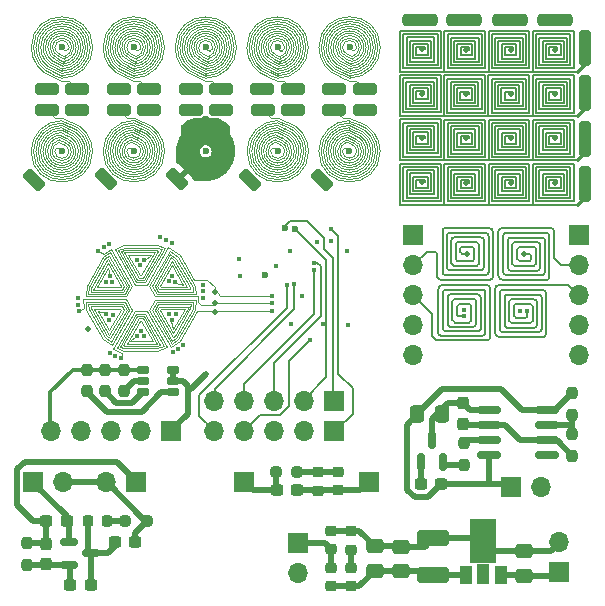
<source format=gbr>
%TF.GenerationSoftware,KiCad,Pcbnew,8.0.3*%
%TF.CreationDate,2024-07-16T20:49:30+03:00*%
%TF.ProjectId,PCBcoil,50434263-6f69-46c2-9e6b-696361645f70,rev?*%
%TF.SameCoordinates,Original*%
%TF.FileFunction,Copper,L1,Top*%
%TF.FilePolarity,Positive*%
%FSLAX46Y46*%
G04 Gerber Fmt 4.6, Leading zero omitted, Abs format (unit mm)*
G04 Created by KiCad (PCBNEW 8.0.3) date 2024-07-16 20:49:30*
%MOMM*%
%LPD*%
G01*
G04 APERTURE LIST*
G04 Aperture macros list*
%AMRoundRect*
0 Rectangle with rounded corners*
0 $1 Rounding radius*
0 $2 $3 $4 $5 $6 $7 $8 $9 X,Y pos of 4 corners*
0 Add a 4 corners polygon primitive as box body*
4,1,4,$2,$3,$4,$5,$6,$7,$8,$9,$2,$3,0*
0 Add four circle primitives for the rounded corners*
1,1,$1+$1,$2,$3*
1,1,$1+$1,$4,$5*
1,1,$1+$1,$6,$7*
1,1,$1+$1,$8,$9*
0 Add four rect primitives between the rounded corners*
20,1,$1+$1,$2,$3,$4,$5,0*
20,1,$1+$1,$4,$5,$6,$7,0*
20,1,$1+$1,$6,$7,$8,$9,0*
20,1,$1+$1,$8,$9,$2,$3,0*%
G04 Aperture macros list end*
%TA.AperFunction,Conductor*%
%ADD10C,0.100000*%
%TD*%
%TA.AperFunction,SMDPad,CuDef*%
%ADD11RoundRect,0.218750X-0.256250X0.218750X-0.256250X-0.218750X0.256250X-0.218750X0.256250X0.218750X0*%
%TD*%
%TA.AperFunction,SMDPad,CuDef*%
%ADD12RoundRect,0.250000X0.750000X-0.250000X0.750000X0.250000X-0.750000X0.250000X-0.750000X-0.250000X0*%
%TD*%
%TA.AperFunction,SMDPad,CuDef*%
%ADD13RoundRect,0.237500X0.300000X0.237500X-0.300000X0.237500X-0.300000X-0.237500X0.300000X-0.237500X0*%
%TD*%
%TA.AperFunction,SMDPad,CuDef*%
%ADD14RoundRect,0.250000X1.100000X-0.412500X1.100000X0.412500X-1.100000X0.412500X-1.100000X-0.412500X0*%
%TD*%
%TA.AperFunction,SMDPad,CuDef*%
%ADD15RoundRect,0.250000X0.250000X1.250000X-0.250000X1.250000X-0.250000X-1.250000X0.250000X-1.250000X0*%
%TD*%
%TA.AperFunction,SMDPad,CuDef*%
%ADD16RoundRect,0.250000X-0.750000X0.250000X-0.750000X-0.250000X0.750000X-0.250000X0.750000X0.250000X0*%
%TD*%
%TA.AperFunction,SMDPad,CuDef*%
%ADD17RoundRect,0.150000X0.150000X-0.587500X0.150000X0.587500X-0.150000X0.587500X-0.150000X-0.587500X0*%
%TD*%
%TA.AperFunction,SMDPad,CuDef*%
%ADD18RoundRect,0.250000X1.250000X-0.250000X1.250000X0.250000X-1.250000X0.250000X-1.250000X-0.250000X0*%
%TD*%
%TA.AperFunction,ComponentPad*%
%ADD19R,1.700000X1.700000*%
%TD*%
%TA.AperFunction,ComponentPad*%
%ADD20O,1.700000X1.700000*%
%TD*%
%TA.AperFunction,SMDPad,CuDef*%
%ADD21RoundRect,0.237500X0.237500X-0.250000X0.237500X0.250000X-0.237500X0.250000X-0.237500X-0.250000X0*%
%TD*%
%TA.AperFunction,SMDPad,CuDef*%
%ADD22RoundRect,0.250000X0.475000X-0.337500X0.475000X0.337500X-0.475000X0.337500X-0.475000X-0.337500X0*%
%TD*%
%TA.AperFunction,SMDPad,CuDef*%
%ADD23RoundRect,0.150000X-0.825000X-0.150000X0.825000X-0.150000X0.825000X0.150000X-0.825000X0.150000X0*%
%TD*%
%TA.AperFunction,SMDPad,CuDef*%
%ADD24RoundRect,0.237500X-0.250000X-0.237500X0.250000X-0.237500X0.250000X0.237500X-0.250000X0.237500X0*%
%TD*%
%TA.AperFunction,SMDPad,CuDef*%
%ADD25RoundRect,0.150000X-0.587500X-0.150000X0.587500X-0.150000X0.587500X0.150000X-0.587500X0.150000X0*%
%TD*%
%TA.AperFunction,SMDPad,CuDef*%
%ADD26RoundRect,0.250000X-0.353553X0.707107X-0.707107X0.353553X0.353553X-0.707107X0.707107X-0.353553X0*%
%TD*%
%TA.AperFunction,SMDPad,CuDef*%
%ADD27RoundRect,0.250000X-0.337500X-0.475000X0.337500X-0.475000X0.337500X0.475000X-0.337500X0.475000X0*%
%TD*%
%TA.AperFunction,SMDPad,CuDef*%
%ADD28RoundRect,0.237500X0.250000X0.237500X-0.250000X0.237500X-0.250000X-0.237500X0.250000X-0.237500X0*%
%TD*%
%TA.AperFunction,SMDPad,CuDef*%
%ADD29C,0.500000*%
%TD*%
%TA.AperFunction,SMDPad,CuDef*%
%ADD30R,1.000000X1.500000*%
%TD*%
%TA.AperFunction,SMDPad,CuDef*%
%ADD31R,2.200000X3.700000*%
%TD*%
%TA.AperFunction,SMDPad,CuDef*%
%ADD32R,1.000000X1.800000*%
%TD*%
%TA.AperFunction,SMDPad,CuDef*%
%ADD33RoundRect,0.237500X-0.300000X-0.237500X0.300000X-0.237500X0.300000X0.237500X-0.300000X0.237500X0*%
%TD*%
%TA.AperFunction,SMDPad,CuDef*%
%ADD34RoundRect,0.218750X-0.218750X-0.256250X0.218750X-0.256250X0.218750X0.256250X-0.218750X0.256250X0*%
%TD*%
%TA.AperFunction,SMDPad,CuDef*%
%ADD35RoundRect,0.150000X0.400000X0.150000X-0.400000X0.150000X-0.400000X-0.150000X0.400000X-0.150000X0*%
%TD*%
%TA.AperFunction,SMDPad,CuDef*%
%ADD36RoundRect,0.218750X0.256250X-0.218750X0.256250X0.218750X-0.256250X0.218750X-0.256250X-0.218750X0*%
%TD*%
%TA.AperFunction,SMDPad,CuDef*%
%ADD37RoundRect,0.237500X-0.237500X0.300000X-0.237500X-0.300000X0.237500X-0.300000X0.237500X0.300000X0*%
%TD*%
%TA.AperFunction,SMDPad,CuDef*%
%ADD38RoundRect,0.237500X0.237500X-0.300000X0.237500X0.300000X-0.237500X0.300000X-0.237500X-0.300000X0*%
%TD*%
%TA.AperFunction,ViaPad*%
%ADD39C,0.600000*%
%TD*%
%TA.AperFunction,ViaPad*%
%ADD40C,0.400000*%
%TD*%
%TA.AperFunction,ViaPad*%
%ADD41C,0.500000*%
%TD*%
%TA.AperFunction,Conductor*%
%ADD42C,0.200000*%
%TD*%
%TA.AperFunction,Conductor*%
%ADD43C,0.130000*%
%TD*%
%TA.AperFunction,Conductor*%
%ADD44C,0.250000*%
%TD*%
%TA.AperFunction,Conductor*%
%ADD45C,0.500000*%
%TD*%
%TA.AperFunction,Conductor*%
%ADD46C,0.300000*%
%TD*%
G04 APERTURE END LIST*
D10*
%TO.N,Net-(D1B-K)*%
X104048404Y-105478388D02*
X105058404Y-107218388D01*
X108057649Y-104273816D02*
X106762649Y-106516822D01*
%TO.N,unconnected-(U2-SENSEU-Pad4)*%
X97027393Y-83287567D02*
X97501867Y-83521924D01*
X123083658Y-82331840D02*
G75*
G02*
X121812347Y-83725935I-1399958J-60D01*
G01*
X109023530Y-83871010D02*
G75*
G02*
X107906248Y-82345572I482670J1525410D01*
G01*
X98917891Y-91127291D02*
G75*
G02*
X95717895Y-91127291I-1599998J-1D01*
G01*
X112106264Y-82345572D02*
G75*
G02*
X109506264Y-84945564I-2599964J-28D01*
G01*
X121200928Y-83857278D02*
G75*
G02*
X120083653Y-82331840I482772J1525478D01*
G01*
X104814724Y-91109486D02*
G75*
G02*
X102014728Y-91109486I-1399998J-1D01*
G01*
X104610847Y-82334448D02*
G75*
G02*
X103583362Y-83522248I-1200247J-52D01*
G01*
X121683663Y-84131840D02*
X121200928Y-83857278D01*
X97981651Y-89029811D02*
X97317891Y-88727291D01*
X99717891Y-91127291D02*
G75*
G02*
X94917891Y-91127291I-2400000J0D01*
G01*
%TO.N,Net-(D1B-K)*%
X101447051Y-99389087D02*
X100873404Y-99803388D01*
X103938404Y-101612069D02*
X104058404Y-101612069D01*
%TO.N,unconnected-(U2-SENSEU-Pad4)*%
X113398975Y-91119365D02*
G75*
G02*
X115598975Y-88919375I2200025J-35D01*
G01*
X96966973Y-83478493D02*
X97457785Y-83728237D01*
%TO.N,Net-(D1B-K)*%
X106641314Y-100382292D02*
X107936314Y-102625298D01*
%TO.N,unconnected-(U2-SENSEU-Pad4)*%
X101010591Y-82334448D02*
G75*
G02*
X105810591Y-82334448I2400000J0D01*
G01*
X108902846Y-84252372D02*
X109506264Y-84545572D01*
X98117891Y-91127291D02*
G75*
G02*
X96517891Y-91127291I-800000J0D01*
G01*
X116262735Y-89021885D02*
X115598975Y-88719365D01*
X122277393Y-89212565D02*
X121673975Y-88919365D01*
X96329102Y-82334167D02*
G75*
G02*
X98329102Y-82334167I1000000J0D01*
G01*
X115900684Y-90165965D02*
X115426210Y-89931608D01*
X119883662Y-82331840D02*
G75*
G02*
X123483662Y-82331840I1800000J0D01*
G01*
X121080244Y-84238640D02*
G75*
G02*
X119683606Y-82331840I603256J1906740D01*
G01*
X114917482Y-84443070D02*
G75*
G02*
X113381222Y-82345590I663718J2097470D01*
G01*
%TO.N,Net-(D1B-K)*%
X100287346Y-102639740D02*
X101252346Y-100968311D01*
%TO.N,unconnected-(U2-SENSEU-Pad4)*%
X103410592Y-84134448D02*
X102927857Y-83859886D01*
%TO.N,Net-(D1B-K)*%
X106323404Y-99251076D02*
X106553404Y-99383388D01*
%TO.N,unconnected-(U2-SENSEU-Pad4)*%
X96544658Y-84813007D02*
X97329102Y-85134167D01*
X117198975Y-91119365D02*
G75*
G02*
X113998979Y-91119365I-1599998J-1D01*
G01*
X99729102Y-82334167D02*
G75*
G02*
X97329102Y-84734102I-2400002J67D01*
G01*
%TO.N,Net-(D1B-K)*%
X105768404Y-99422069D02*
X105408404Y-99272069D01*
X106733893Y-106846629D02*
X106860855Y-106746725D01*
%TO.N,unconnected-(U2-SENSEU-Pad4)*%
X116323077Y-88831205D02*
G75*
G02*
X117998956Y-91119365I-724177J-2288195D01*
G01*
%TO.N,Net-(D1B-K)*%
X102928404Y-99872069D02*
X104858404Y-99872069D01*
%TO.N,unconnected-(U2-SENSEU-Pad4)*%
X103776853Y-89965160D02*
G75*
G02*
X104614719Y-91134486I-362153J-1144340D01*
G01*
%TO.N,Net-(D1B-K)*%
X106566935Y-100113465D02*
X106839519Y-100325594D01*
%TO.N,unconnected-(U2-SENSEU-Pad4)*%
X98929098Y-82334167D02*
G75*
G02*
X97395713Y-83932815I-1599898J-133D01*
G01*
X111706264Y-82345572D02*
G75*
G02*
X109506264Y-84545564I-2199964J-28D01*
G01*
X109325239Y-82917610D02*
G75*
G02*
X108906248Y-82345572I180961J572010D01*
G01*
%TO.N,Net-(D1B-K)*%
X104388404Y-102212069D02*
X106038404Y-99352069D01*
%TO.N,unconnected-(U2-SENSEU-Pad4)*%
X109083872Y-83680330D02*
G75*
G02*
X108106248Y-82345572I422328J1334730D01*
G01*
%TO.N,Net-(D1B-K)*%
X99617731Y-102599548D02*
X101007731Y-100191997D01*
%TO.N,unconnected-(U2-SENSEU-Pad4)*%
X110906260Y-82345572D02*
G75*
G02*
X109634947Y-83739637I-1399960J-28D01*
G01*
X96846368Y-83859605D02*
G75*
G02*
X95729064Y-82334167I482632J1525405D01*
G01*
X101810591Y-82334448D02*
G75*
G02*
X105010587Y-82334448I1599998J1D01*
G01*
X114798975Y-91119365D02*
G75*
G02*
X115363711Y-90354757I800025J-35D01*
G01*
%TO.N,Net-(D1B-K)*%
X105702560Y-104472950D02*
X105642560Y-104576873D01*
%TO.N,unconnected-(U2-SENSEU-Pad4)*%
X118198975Y-91119365D02*
G75*
G02*
X112998975Y-91119365I-2600000J0D01*
G01*
X97921309Y-89220491D02*
G75*
G02*
X99317931Y-91127291I-603509J-1906909D01*
G01*
%TO.N,Net-(D1B-K)*%
X105636224Y-102521427D02*
X106638109Y-100776741D01*
%TO.N,unconnected-(U2-SENSEU-Pad4)*%
X103716433Y-90156086D02*
G75*
G02*
X104414746Y-91109486I-301833J-953514D01*
G01*
%TO.N,Net-(D1B-K)*%
X106444160Y-99560812D02*
X107155929Y-100073632D01*
%TO.N,unconnected-(U2-SENSEU-Pad4)*%
X103108882Y-83287848D02*
X103583356Y-83522205D01*
X97740283Y-89792533D02*
G75*
G02*
X98717929Y-91127291I-422483J-1334867D01*
G01*
X102867515Y-84050568D02*
X103410591Y-84334448D01*
X114857140Y-84633750D02*
X115581242Y-84945590D01*
X115961104Y-89975039D02*
X115470292Y-89725295D01*
X97680020Y-89982965D02*
G75*
G02*
X98517904Y-91152291I-362120J-1144335D01*
G01*
X102988199Y-83669206D02*
G75*
G02*
X102010649Y-82334448I422401J1334706D01*
G01*
X102014728Y-91109486D02*
G75*
G02*
X103286035Y-89715353I1399972J86D01*
G01*
X123673975Y-91119365D02*
G75*
G02*
X119673975Y-91119365I-2000000J0D01*
G01*
X119483662Y-82331840D02*
G75*
G02*
X123883662Y-82331840I2200000J0D01*
G01*
X124083662Y-82331840D02*
G75*
G02*
X121683662Y-84731862I-2399962J-60D01*
G01*
%TO.N,Net-(D1B-K)*%
X105398404Y-107418388D02*
X102808404Y-107418388D01*
%TO.N,unconnected-(U2-SENSEU-Pad4)*%
X103229566Y-82906486D02*
G75*
G02*
X102810649Y-82334448I181034J571986D01*
G01*
X104078484Y-89012006D02*
G75*
G02*
X105614746Y-91109486I-663884J-2097594D01*
G01*
X102686489Y-84622608D02*
X103410591Y-84934448D01*
X114857140Y-84633750D02*
G75*
G02*
X113181222Y-82345590I724060J2288150D01*
G01*
X98102335Y-88648451D02*
X97317891Y-88327291D01*
%TO.N,Net-(D1B-K)*%
X105478404Y-99532069D02*
X105328404Y-99472069D01*
X104058404Y-101612069D02*
X105178404Y-99672069D01*
X102417436Y-102830317D02*
X102587436Y-102535869D01*
X105347945Y-103887162D02*
X104957945Y-104562662D01*
%TO.N,unconnected-(U2-SENSEU-Pad4)*%
X121019902Y-84429320D02*
G75*
G02*
X119483650Y-82331840I663798J2097520D01*
G01*
%TO.N,Net-(D1B-K)*%
X105229740Y-103691899D02*
X108670496Y-103692335D01*
%TO.N,unconnected-(U2-SENSEU-Pad4)*%
X97619600Y-90173891D02*
X97145126Y-89939534D01*
X114796798Y-84824430D02*
G75*
G02*
X112981222Y-82345590I784402J2478830D01*
G01*
X116381242Y-82345590D02*
G75*
G02*
X115816494Y-83110159I-800042J90D01*
G01*
X115581243Y-84145590D02*
X115098508Y-83871028D01*
X103595749Y-90537448D02*
G75*
G02*
X104014744Y-91109486I-181149J-572152D01*
G01*
X122217051Y-89403245D02*
G75*
G02*
X123473956Y-91119365I-543151J-1716155D01*
G01*
X101210591Y-82334448D02*
G75*
G02*
X105610591Y-82334448I2200000J0D01*
G01*
X120883662Y-82331840D02*
G75*
G02*
X122483662Y-82331840I800000J0D01*
G01*
X121442295Y-83094560D02*
X121887616Y-83310821D01*
X103837116Y-89774728D02*
G75*
G02*
X104814788Y-91109486I-422316J-1334772D01*
G01*
%TO.N,Net-(D1B-K)*%
X103828404Y-101812069D02*
X104168404Y-101812069D01*
%TO.N,unconnected-(U2-SENSEU-Pad4)*%
X121502637Y-82903878D02*
X121918931Y-83096463D01*
%TO.N,Net-(D1B-K)*%
X105702560Y-104472950D02*
X107714444Y-104468264D01*
%TO.N,unconnected-(U2-SENSEU-Pad4)*%
X121321533Y-83476166D02*
G75*
G02*
X120483610Y-82306839I361967J1144266D01*
G01*
X122156709Y-89593927D02*
G75*
G02*
X123273954Y-91119365I-482809J-1525473D01*
G01*
X108506264Y-82345572D02*
G75*
G02*
X110506264Y-82345572I1000000J0D01*
G01*
X96317891Y-91127291D02*
G75*
G02*
X97113937Y-90148312I1000009J-9D01*
G01*
X99517891Y-91127291D02*
G75*
G02*
X95117891Y-91127291I-2200000J0D01*
G01*
X124283662Y-82331840D02*
G75*
G02*
X121683662Y-84931862I-2599962J-60D01*
G01*
X121019902Y-84429320D02*
X121683662Y-84731840D01*
%TO.N,Net-(D1B-K)*%
X103708404Y-105078388D02*
X102218404Y-107668388D01*
%TO.N,unconnected-(U2-SENSEU-Pad4)*%
X104018142Y-89202686D02*
G75*
G02*
X105414746Y-91109486I-603542J-1906914D01*
G01*
X108963188Y-84061692D02*
G75*
G02*
X107706246Y-82345572I543012J1716092D01*
G01*
X105810591Y-82334448D02*
G75*
G02*
X103410591Y-84734491I-2399991J-52D01*
G01*
X108106264Y-82345572D02*
G75*
G02*
X110906260Y-82345572I1399998J1D01*
G01*
X104078484Y-89012006D02*
X103414724Y-88709486D01*
X95929102Y-82334167D02*
G75*
G02*
X98729098Y-82334167I1399998J1D01*
G01*
X117181238Y-82345590D02*
G75*
G02*
X115647849Y-83944149I-1600038J90D01*
G01*
X97559258Y-90364571D02*
G75*
G02*
X98117836Y-91127291I-241458J-762729D01*
G01*
X121855000Y-90547327D02*
G75*
G02*
X122273954Y-91119365I-181100J-572073D01*
G01*
X97860967Y-89411171D02*
X97317891Y-89127291D01*
X122277393Y-89212565D02*
G75*
G02*
X123673956Y-91119365I-603493J-1906835D01*
G01*
%TO.N,Net-(D1B-K)*%
X99795936Y-102690887D02*
X101140936Y-100361279D01*
%TO.N,unconnected-(U2-SENSEU-Pad4)*%
X109506265Y-84145572D02*
X109023530Y-83871010D01*
%TO.N,Net-(D1B-K)*%
X102571100Y-104545111D02*
X102401100Y-104250662D01*
X105186150Y-104567399D02*
X106684156Y-107152777D01*
%TO.N,unconnected-(U2-SENSEU-Pad4)*%
X121321533Y-83476166D02*
X121812345Y-83725910D01*
%TO.N,Net-(D1B-K)*%
X104488404Y-104678388D02*
X106208404Y-107658388D01*
%TO.N,unconnected-(U2-SENSEU-Pad4)*%
X96117635Y-91127291D02*
G75*
G02*
X97145126Y-89939535I1200265J-9D01*
G01*
X121080244Y-84238640D02*
X121683662Y-84531840D01*
X117998975Y-91119365D02*
G75*
G02*
X113198975Y-91119365I-2400000J0D01*
G01*
%TO.N,Net-(D1B-K)*%
X105696224Y-102625350D02*
X107936314Y-102625298D01*
X104378404Y-104878388D02*
X105938404Y-107568388D01*
X108457553Y-103881162D02*
X108384060Y-104508457D01*
%TO.N,unconnected-(U2-SENSEU-Pad4)*%
X114977824Y-84252390D02*
G75*
G02*
X113581222Y-82345590I603376J1906790D01*
G01*
%TO.N,Net-(D1B-K)*%
X105636224Y-102521427D02*
X105696224Y-102625350D01*
%TO.N,unconnected-(U2-SENSEU-Pad4)*%
X114181242Y-82345590D02*
G75*
G02*
X116981238Y-82345590I1399998J1D01*
G01*
X122036104Y-89975039D02*
G75*
G02*
X122873954Y-91144365I-362204J-1144361D01*
G01*
X115840342Y-90356645D02*
X115395021Y-90140384D01*
X108842504Y-84443052D02*
G75*
G02*
X107306246Y-82345572I663696J2097452D01*
G01*
X121502637Y-82903878D02*
G75*
G02*
X121083722Y-82331840I181163J572078D01*
G01*
X117981242Y-82345590D02*
G75*
G02*
X115581242Y-84745542I-2400042J90D01*
G01*
X97329103Y-84134167D02*
X96846368Y-83859605D01*
%TO.N,Net-(D1B-K)*%
X101948404Y-107738388D02*
X102568404Y-108018388D01*
%TO.N,unconnected-(U2-SENSEU-Pad4)*%
X96605000Y-84622327D02*
G75*
G02*
X94929062Y-82334167I724000J2288127D01*
G01*
X104199168Y-88630646D02*
X103414724Y-88309486D01*
X113598975Y-91119365D02*
G75*
G02*
X115598975Y-89119375I2000025J-35D01*
G01*
X114977824Y-84252390D02*
X115581242Y-84545590D01*
X102807173Y-84241248D02*
G75*
G02*
X101410577Y-82334448I603327J1906748D01*
G01*
X107306264Y-82345572D02*
G75*
G02*
X111706264Y-82345572I2200000J0D01*
G01*
X97498916Y-90555253D02*
X97082622Y-90362668D01*
%TO.N,Net-(D1B-K)*%
X108643442Y-103210080D02*
X108575929Y-102533144D01*
%TO.N,unconnected-(U2-SENSEU-Pad4)*%
X101610591Y-82334448D02*
G75*
G02*
X105210591Y-82334448I1800000J0D01*
G01*
X115038166Y-84061710D02*
X115581242Y-84345590D01*
%TO.N,Net-(D1B-K)*%
X108205855Y-104417117D02*
X106860855Y-106746725D01*
%TO.N,unconnected-(U2-SENSEU-Pad4)*%
X115900684Y-90165965D02*
G75*
G02*
X116598956Y-91119365I-301784J-953435D01*
G01*
X97860967Y-89411171D02*
G75*
G02*
X99117931Y-91127291I-543167J-1716229D01*
G01*
X116262735Y-89021885D02*
G75*
G02*
X117798956Y-91119365I-663835J-2097515D01*
G01*
X102214468Y-91109486D02*
G75*
G02*
X103241964Y-89921763I1200232J-14D01*
G01*
X101014724Y-91109486D02*
G75*
G02*
X103414724Y-88709424I2399976J86D01*
G01*
X120273979Y-91119365D02*
G75*
G02*
X121545293Y-89725308I1400021J-35D01*
G01*
X97917891Y-91127291D02*
G75*
G02*
X96717891Y-91127291I-600000J0D01*
G01*
%TO.N,Net-(D1B-K)*%
X101392013Y-99686401D02*
X100839526Y-100083337D01*
%TO.N,unconnected-(U2-SENSEU-Pad4)*%
X116981238Y-82345590D02*
G75*
G02*
X115709920Y-83739608I-1400038J90D01*
G01*
%TO.N,Net-(D1B-K)*%
X103255715Y-104530899D02*
X102755715Y-103664874D01*
X105584355Y-104277687D02*
X105414355Y-104572136D01*
%TO.N,unconnected-(U2-SENSEU-Pad4)*%
X96786026Y-84050287D02*
G75*
G02*
X95529062Y-82334167I542974J1716087D01*
G01*
X115098508Y-83871028D02*
G75*
G02*
X113981224Y-82345590I482692J1525428D01*
G01*
X117581242Y-82345590D02*
G75*
G02*
X115581242Y-84345542I-2000042J90D01*
G01*
X97317890Y-89327291D02*
X97800625Y-89601853D01*
X114398719Y-91119365D02*
G75*
G02*
X115426212Y-89931621I1200281J-35D01*
G01*
X103776853Y-89965160D02*
X103286041Y-89715416D01*
X106010591Y-82334448D02*
G75*
G02*
X103410591Y-84934491I-2599991J-52D01*
G01*
X109264897Y-83108292D02*
X109710218Y-83324553D01*
%TO.N,Net-(D1B-K)*%
X101317635Y-99955228D02*
X101007731Y-100191997D01*
%TO.N,unconnected-(U2-SENSEU-Pad4)*%
X120899218Y-84810680D02*
G75*
G02*
X119083650Y-82331840I784482J2478880D01*
G01*
X108963188Y-84061692D02*
X109506264Y-84345572D01*
X101814728Y-91109486D02*
G75*
G02*
X103348112Y-89510814I1599972J86D01*
G01*
%TO.N,Net-(D1B-K)*%
X105341609Y-103211138D02*
X108643442Y-103210080D01*
X108582265Y-104565156D02*
X107162265Y-107024668D01*
X99531299Y-104060021D02*
X99581395Y-104446791D01*
%TO.N,unconnected-(U2-SENSEU-Pad4)*%
X96605000Y-84622327D02*
X97329102Y-84934167D01*
X97148077Y-82906205D02*
G75*
G02*
X96729064Y-82334167I180923J572005D01*
G01*
%TO.N,Net-(D1B-K)*%
X102535641Y-103025580D02*
X99748520Y-103033016D01*
%TO.N,unconnected-(U2-SENSEU-Pad4)*%
X108721820Y-84824412D02*
G75*
G02*
X106906246Y-82345572I784380J2478812D01*
G01*
%TO.N,Net-(D1B-K)*%
X108207557Y-102815106D02*
X108184519Y-102655202D01*
X105642560Y-104576873D02*
X106762649Y-106516822D01*
%TO.N,unconnected-(U2-SENSEU-Pad4)*%
X116142051Y-89403245D02*
X115598975Y-89119365D01*
X103656091Y-90346766D02*
X103210770Y-90130505D01*
X100810591Y-82334448D02*
G75*
G02*
X106010591Y-82334448I2600000J0D01*
G01*
X118181242Y-82345590D02*
G75*
G02*
X115581242Y-84945542I-2600042J90D01*
G01*
X121261270Y-83666598D02*
G75*
G02*
X120283653Y-82331840I422430J1334798D01*
G01*
%TO.N,Net-(D1B-K)*%
X102588404Y-99672069D02*
X105178404Y-99672069D01*
%TO.N,unconnected-(U2-SENSEU-Pad4)*%
X95317891Y-91127291D02*
G75*
G02*
X97317891Y-89127291I2000009J-9D01*
G01*
%TO.N,Net-(D1B-K)*%
X103608404Y-102212069D02*
X104388404Y-102212069D01*
X102299231Y-102635054D02*
X100287346Y-102639740D01*
X105668404Y-107488388D02*
X105348404Y-107618388D01*
%TO.N,unconnected-(U2-SENSEU-Pad4)*%
X95517891Y-91127291D02*
G75*
G02*
X97317890Y-89327291I1800009J-9D01*
G01*
%TO.N,Net-(D1B-K)*%
X99771562Y-104256169D02*
X99794600Y-104416073D01*
%TO.N,unconnected-(U2-SENSEU-Pad4)*%
X105814724Y-91109486D02*
G75*
G02*
X101014724Y-91109486I-2400000J0D01*
G01*
X119283662Y-82331840D02*
G75*
G02*
X124083662Y-82331840I2400000J0D01*
G01*
X105014724Y-91109486D02*
G75*
G02*
X101814728Y-91109486I-1599998J-1D01*
G01*
X122337735Y-89021885D02*
G75*
G02*
X123873956Y-91119365I-663835J-2097515D01*
G01*
X120959560Y-84620000D02*
G75*
G02*
X119283650Y-82331840I724140J2288200D01*
G01*
%TO.N,Net-(D1B-K)*%
X102772051Y-103416106D02*
X99331295Y-103415669D01*
%TO.N,unconnected-(U2-SENSEU-Pad4)*%
X102746831Y-84431928D02*
G75*
G02*
X101210577Y-82334448I663669J2097428D01*
G01*
X113198975Y-91119365D02*
G75*
G02*
X115598975Y-88719375I2400025J-35D01*
G01*
X120283662Y-82331840D02*
G75*
G02*
X123083658Y-82331840I1399998J1D01*
G01*
X121915342Y-90356645D02*
G75*
G02*
X122473930Y-91119365I-241342J-762655D01*
G01*
X116598975Y-91119365D02*
G75*
G02*
X114598975Y-91119365I-1000000J0D01*
G01*
X102410591Y-82334448D02*
G75*
G02*
X104410591Y-82334448I1000000J0D01*
G01*
X123483662Y-82331840D02*
G75*
G02*
X121683663Y-84131862I-1799962J-60D01*
G01*
%TO.N,Net-(D1B-K)*%
X104951609Y-102535638D02*
X105341609Y-103211138D01*
%TO.N,unconnected-(U2-SENSEU-Pad4)*%
X116398975Y-91119365D02*
G75*
G02*
X114798975Y-91119365I-800000J0D01*
G01*
X122483662Y-82331840D02*
G75*
G02*
X121918940Y-83096492I-799962J-60D01*
G01*
X122873975Y-91144365D02*
G75*
G02*
X120473765Y-91119365I-1199975J24965D01*
G01*
%TO.N,Net-(D1B-K)*%
X100823190Y-106997642D02*
X99403190Y-104538130D01*
X104488404Y-104678388D02*
X103488404Y-104678388D01*
X106208404Y-107658388D02*
X105408404Y-108018388D01*
%TO.N,unconnected-(U2-SENSEU-Pad4)*%
X122337735Y-89021885D02*
X121673975Y-88719365D01*
X99317891Y-91127291D02*
G75*
G02*
X95317891Y-91127291I-2000000J0D01*
G01*
X96665342Y-84431647D02*
G75*
G02*
X95129062Y-82334167I663658J2097447D01*
G01*
%TO.N,Net-(D1B-K)*%
X103598404Y-104878388D02*
X101948404Y-107738388D01*
%TO.N,unconnected-(U2-SENSEU-Pad4)*%
X101214724Y-91109486D02*
G75*
G02*
X103414724Y-88909524I2199976J-14D01*
G01*
%TO.N,Net-(D1B-K)*%
X105179814Y-102530901D02*
X106566935Y-100113465D01*
X108253271Y-104074989D02*
X108205855Y-104417117D01*
%TO.N,unconnected-(U2-SENSEU-Pad4)*%
X112981242Y-82345590D02*
G75*
G02*
X118181242Y-82345590I2600000J0D01*
G01*
%TO.N,Net-(D1B-K)*%
X104168404Y-101812069D02*
X105478404Y-99532069D01*
%TO.N,unconnected-(U2-SENSEU-Pad4)*%
X104018142Y-89202686D02*
X103414724Y-88909486D01*
X98529358Y-82334167D02*
G75*
G02*
X97501862Y-83521887I-1200058J-133D01*
G01*
X103169224Y-83097168D02*
X103614545Y-83313429D01*
%TO.N,Net-(D1B-K)*%
X103488404Y-104678388D02*
X101663404Y-107839381D01*
X107313404Y-107153388D02*
X108763404Y-104643388D01*
%TO.N,unconnected-(U2-SENSEU-Pad4)*%
X103169224Y-83097168D02*
G75*
G02*
X102610596Y-82334448I241576J762868D01*
G01*
X106014724Y-91109486D02*
G75*
G02*
X100814724Y-91109486I-2600000J0D01*
G01*
X96729102Y-82334167D02*
G75*
G02*
X97929102Y-82334167I600000J0D01*
G01*
X122398077Y-88831205D02*
X121673975Y-88519365D01*
X115598974Y-89319365D02*
X116081709Y-89593927D01*
X115219113Y-83489916D02*
G75*
G02*
X114381225Y-82320590I362087J1144316D01*
G01*
%TO.N,Net-(D1B-K)*%
X107155929Y-100073632D02*
X108575929Y-102533144D01*
X103255715Y-104530899D02*
X101534959Y-107510463D01*
%TO.N,unconnected-(U2-SENSEU-Pad4)*%
X115339875Y-83108310D02*
X115785196Y-83324571D01*
X120073979Y-91119365D02*
G75*
G02*
X121607366Y-89520767I1600021J-35D01*
G01*
X117398975Y-91119365D02*
G75*
G02*
X113798975Y-91119365I-1800000J0D01*
G01*
X96544658Y-84813007D02*
G75*
G02*
X94729062Y-82334167I784342J2478807D01*
G01*
X106906264Y-82345572D02*
G75*
G02*
X112106264Y-82345572I2600000J0D01*
G01*
X110306264Y-82345572D02*
G75*
G02*
X109741554Y-83110264I-800064J-28D01*
G01*
X103837116Y-89774728D02*
X103348115Y-89510877D01*
X101414724Y-91109486D02*
G75*
G02*
X103414724Y-89109424I1999976J86D01*
G01*
X116021367Y-89784607D02*
X115532366Y-89520756D01*
%TO.N,Net-(D1B-K)*%
X105938404Y-107568388D02*
X105358404Y-107818388D01*
X102433404Y-108173388D02*
X102353404Y-108653388D01*
%TO.N,unconnected-(U2-SENSEU-Pad4)*%
X95717895Y-91127291D02*
G75*
G02*
X97251282Y-89528682I1600005J-9D01*
G01*
X122398077Y-88831205D02*
G75*
G02*
X124073956Y-91119365I-724177J-2288195D01*
G01*
%TO.N,Net-(D1B-K)*%
X102519305Y-104055399D02*
X99531299Y-104060021D01*
%TO.N,unconnected-(U2-SENSEU-Pad4)*%
X104414724Y-91109486D02*
G75*
G02*
X102414724Y-91109486I-1000000J0D01*
G01*
%TO.N,Net-(D1B-K)*%
X101341011Y-106294534D02*
X100376011Y-104623105D01*
X105358404Y-107818388D02*
X102578404Y-107818388D01*
X105229740Y-103691899D02*
X104729740Y-104557924D01*
%TO.N,unconnected-(U2-SENSEU-Pad4)*%
X96966973Y-83478493D02*
G75*
G02*
X96129065Y-82309166I362027J1144293D01*
G01*
%TO.N,Net-(D1B-K)*%
X102417436Y-102830317D02*
X99944141Y-102834189D01*
%TO.N,unconnected-(U2-SENSEU-Pad4)*%
X121381953Y-83285240D02*
G75*
G02*
X120683650Y-82331840I301747J953440D01*
G01*
X96517891Y-91127291D02*
G75*
G02*
X97082623Y-90362670I800009J-9D01*
G01*
X112998975Y-91119365D02*
G75*
G02*
X115598975Y-88519375I2600025J-35D01*
G01*
X102614724Y-91109486D02*
G75*
G02*
X103179457Y-90344868I799876J86D01*
G01*
X114381242Y-82320590D02*
G75*
G02*
X116781417Y-82345590I1199958J-24910D01*
G01*
X109204555Y-83298972D02*
X109679029Y-83533329D01*
X121915342Y-90356645D02*
X121470021Y-90140384D01*
X98041993Y-88839131D02*
G75*
G02*
X99717931Y-91127291I-724193J-2288269D01*
G01*
X95329102Y-82334167D02*
G75*
G02*
X99329102Y-82334167I2000000J0D01*
G01*
X94929102Y-82334167D02*
G75*
G02*
X99729102Y-82334167I2400000J0D01*
G01*
X113781242Y-82345590D02*
G75*
G02*
X117381242Y-82345590I1800000J0D01*
G01*
X117781242Y-82345590D02*
G75*
G02*
X115581242Y-84545542I-2200042J90D01*
G01*
%TO.N,Net-(D1B-K)*%
X101778404Y-99432069D02*
X102578404Y-99072069D01*
X108502500Y-101992500D02*
X109642500Y-101982500D01*
%TO.N,unconnected-(U2-SENSEU-Pad4)*%
X103957800Y-89393366D02*
X103414724Y-89109486D01*
X95917895Y-91127291D02*
G75*
G02*
X97189208Y-89733222I1400005J-9D01*
G01*
%TO.N,Net-(D1B-K)*%
X106038404Y-99352069D02*
X105418404Y-99072069D01*
%TO.N,unconnected-(U2-SENSEU-Pad4)*%
X97498916Y-90555253D02*
G75*
G02*
X97917904Y-91127291I-181016J-572047D01*
G01*
X102626147Y-84813288D02*
X103410591Y-85134448D01*
%TO.N,Net-(D1B-K)*%
X104158404Y-105278388D02*
X105398404Y-107418388D01*
%TO.N,unconnected-(U2-SENSEU-Pad4)*%
X95729102Y-82334167D02*
G75*
G02*
X98929098Y-82334167I1599998J1D01*
G01*
%TO.N,Net-(D1B-K)*%
X101663404Y-107839381D02*
X102433404Y-108173388D01*
X102401100Y-104250662D02*
X99771562Y-104256169D01*
%TO.N,unconnected-(U2-SENSEU-Pad4)*%
X96665342Y-84431647D02*
X97329102Y-84734167D01*
X103048462Y-83478774D02*
X103539274Y-83728518D01*
X119273975Y-91119365D02*
G75*
G02*
X121673975Y-88719375I2400025J-35D01*
G01*
X104214724Y-91109486D02*
G75*
G02*
X102614724Y-91109486I-800000J0D01*
G01*
X121673974Y-89319365D02*
X122156709Y-89593927D01*
%TO.N,Net-(D1B-K)*%
X103828404Y-101812069D02*
X102588404Y-99672069D01*
%TO.N,unconnected-(U2-SENSEU-Pad4)*%
X103108882Y-83287848D02*
G75*
G02*
X102410577Y-82334448I301618J953348D01*
G01*
X103957800Y-89393366D02*
G75*
G02*
X105214790Y-91109486I-543000J-1716134D01*
G01*
X101614724Y-91109486D02*
G75*
G02*
X103414723Y-89309424I1799976J86D01*
G01*
X115840342Y-90356645D02*
G75*
G02*
X116398930Y-91119365I-241342J-762655D01*
G01*
X123473975Y-91119365D02*
G75*
G02*
X119873975Y-91119365I-1800000J0D01*
G01*
X119083662Y-82331840D02*
G75*
G02*
X124283662Y-82331840I2600000J0D01*
G01*
X108306264Y-82320572D02*
G75*
G02*
X110706597Y-82345572I1200036J-25028D01*
G01*
X114581242Y-82345590D02*
G75*
G02*
X116581242Y-82345590I1000000J0D01*
G01*
X116202393Y-89212565D02*
X115598975Y-88919365D01*
X114598975Y-91119365D02*
G75*
G02*
X115395024Y-90140399I1000025J-35D01*
G01*
%TO.N,Net-(D1B-K)*%
X105179814Y-102530901D02*
X105459814Y-103015875D01*
%TO.N,unconnected-(U2-SENSEU-Pad4)*%
X97740283Y-89792533D02*
X97251282Y-89528682D01*
%TO.N,Net-(D1B-K)*%
X102342895Y-104549848D02*
X102282895Y-104445925D01*
X102799305Y-104540373D02*
X102519305Y-104055399D01*
%TO.N,unconnected-(U2-SENSEU-Pad4)*%
X103414723Y-89309486D02*
X103897458Y-89584048D01*
%TO.N,Net-(D1B-K)*%
X106553404Y-99383388D02*
X107303404Y-99933388D01*
X102359231Y-102531131D02*
X101239141Y-100591183D01*
%TO.N,unconnected-(U2-SENSEU-Pad4)*%
X115158850Y-83680348D02*
G75*
G02*
X114181224Y-82345590I422350J1334748D01*
G01*
%TO.N,Net-(D1B-K)*%
X103027510Y-104535636D02*
X101477902Y-107231636D01*
%TO.N,unconnected-(U2-SENSEU-Pad4)*%
X97087735Y-83096887D02*
X97533056Y-83313148D01*
%TO.N,Net-(D1B-K)*%
X103718404Y-102012069D02*
X102318404Y-99602069D01*
%TO.N,unconnected-(U2-SENSEU-Pad4)*%
X99529102Y-82334167D02*
G75*
G02*
X97329102Y-84534102I-2200002J67D01*
G01*
X103897458Y-89584048D02*
G75*
G02*
X105014788Y-91109486I-482658J-1525452D01*
G01*
X104138826Y-88821326D02*
X103414724Y-88509486D01*
X115339875Y-83108310D02*
G75*
G02*
X114781222Y-82345590I241325J762710D01*
G01*
X111506264Y-82345572D02*
G75*
G02*
X109506264Y-84345564I-1999964J-28D01*
G01*
X115780000Y-90547327D02*
G75*
G02*
X116198954Y-91119365I-181100J-572073D01*
G01*
%TO.N,Net-(D1B-K)*%
X102318404Y-99602069D02*
X102638404Y-99472069D01*
X103818404Y-105278388D02*
X102508404Y-107558388D01*
%TO.N,unconnected-(U2-SENSEU-Pad4)*%
X99929102Y-82334167D02*
G75*
G02*
X97329102Y-84934102I-2600002J67D01*
G01*
%TO.N,Net-(D1B-K)*%
X102587436Y-102535869D02*
X101267898Y-100261375D01*
%TO.N,unconnected-(U2-SENSEU-Pad4)*%
X104810587Y-82334448D02*
G75*
G02*
X103539278Y-83728561I-1399987J-52D01*
G01*
%TO.N,Net-(D1B-K)*%
X107714444Y-104468264D02*
X106749444Y-106139693D01*
%TO.N,unconnected-(U2-SENSEU-Pad4)*%
X116383419Y-88640525D02*
X115598975Y-88319365D01*
X121083662Y-82331840D02*
G75*
G02*
X122283662Y-82331840I600000J0D01*
G01*
X102867515Y-84050568D02*
G75*
G02*
X101610577Y-82334448I542985J1716068D01*
G01*
X116998975Y-91119365D02*
G75*
G02*
X114198979Y-91119365I-1399998J-1D01*
G01*
X111106260Y-82345572D02*
G75*
G02*
X109572873Y-83944174I-1599960J-28D01*
G01*
X95529102Y-82334167D02*
G75*
G02*
X99129102Y-82334167I1800000J0D01*
G01*
X121381953Y-83285240D02*
X121856427Y-83519597D01*
X104410591Y-82334448D02*
G75*
G02*
X103614538Y-83313393I-999891J-52D01*
G01*
X120959560Y-84620000D02*
X121683662Y-84931840D01*
X120673975Y-91119365D02*
G75*
G02*
X121470024Y-90140399I1000025J-35D01*
G01*
X96529102Y-82334167D02*
G75*
G02*
X98129102Y-82334167I800000J0D01*
G01*
X122036104Y-89975039D02*
X121545292Y-89725295D01*
%TO.N,Net-(D1B-K)*%
X102048404Y-99522069D02*
X102628404Y-99272069D01*
%TO.N,unconnected-(U2-SENSEU-Pad4)*%
X96786026Y-84050287D02*
X97329102Y-84334167D01*
X109325239Y-82917610D02*
X109741533Y-83110195D01*
X113981242Y-82345590D02*
G75*
G02*
X117181238Y-82345590I1599998J1D01*
G01*
%TO.N,Net-(D1B-K)*%
X101534959Y-107510463D02*
X100823190Y-106997642D01*
X102772051Y-103416106D02*
X103272051Y-102550080D01*
X102299231Y-102635054D02*
X102359231Y-102531131D01*
%TO.N,unconnected-(U2-SENSEU-Pad4)*%
X119073975Y-91119365D02*
G75*
G02*
X121673975Y-88519375I2600025J-35D01*
G01*
X104014724Y-91109486D02*
G75*
G02*
X102814724Y-91109486I-600000J0D01*
G01*
X120083662Y-82331840D02*
G75*
G02*
X123283658Y-82331840I1599998J1D01*
G01*
X115038166Y-84061710D02*
G75*
G02*
X113781222Y-82345590I543034J1716110D01*
G01*
X113998979Y-91119365D02*
G75*
G02*
X115532366Y-89520767I1600021J-35D01*
G01*
X114198979Y-91119365D02*
G75*
G02*
X115470293Y-89725308I1400021J-35D01*
G01*
%TO.N,Net-(D1B-K)*%
X105466150Y-104082425D02*
X108253271Y-104074989D01*
%TO.N,unconnected-(U2-SENSEU-Pad4)*%
X119673975Y-91119365D02*
G75*
G02*
X121673975Y-89119375I2000025J-35D01*
G01*
X102414724Y-91109486D02*
G75*
G02*
X103210757Y-90130442I999976J86D01*
G01*
X121140586Y-84047960D02*
X121683662Y-84331840D01*
X105610591Y-82334448D02*
G75*
G02*
X103410591Y-84534491I-2199991J-52D01*
G01*
X116202393Y-89212565D02*
G75*
G02*
X117598956Y-91119365I-603493J-1906835D01*
G01*
%TO.N,Net-(D1B-K)*%
X99193404Y-104373388D02*
X98753404Y-104663388D01*
%TO.N,unconnected-(U2-SENSEU-Pad4)*%
X117381242Y-82345590D02*
G75*
G02*
X115581243Y-84145542I-1800042J90D01*
G01*
X115158850Y-83680348D02*
X115647851Y-83944199D01*
X116383419Y-88640525D02*
G75*
G02*
X118198956Y-91119365I-784519J-2478875D01*
G01*
X99117891Y-91127291D02*
G75*
G02*
X95517891Y-91127291I-1800000J0D01*
G01*
X97148077Y-82906205D02*
X97564371Y-83098790D01*
X122217051Y-89403245D02*
X121673975Y-89119365D01*
X115400217Y-82917628D02*
X115816511Y-83110213D01*
X96129102Y-82309167D02*
G75*
G02*
X98529359Y-82334167I1199998J-25033D01*
G01*
X121140586Y-84047960D02*
G75*
G02*
X119883651Y-82331840I543114J1716160D01*
G01*
X102746831Y-84431928D02*
X103410591Y-84734448D01*
%TO.N,Net-(D1B-K)*%
X105578019Y-102820612D02*
X108207557Y-102815106D01*
%TO.N,unconnected-(U2-SENSEU-Pad4)*%
X122683662Y-82331840D02*
G75*
G02*
X121887622Y-83310848I-999962J-60D01*
G01*
X121975684Y-90165965D02*
G75*
G02*
X122673956Y-91119365I-301784J-953435D01*
G01*
X121261270Y-83666598D02*
X121750271Y-83930449D01*
X109264897Y-83108292D02*
G75*
G02*
X108706246Y-82345572I241303J762692D01*
G01*
%TO.N,Net-(D1B-K)*%
X108384060Y-104508457D02*
X106994060Y-106916007D01*
X103498404Y-102412069D02*
X104498404Y-102412069D01*
%TO.N,unconnected-(U2-SENSEU-Pad4)*%
X116081709Y-89593927D02*
G75*
G02*
X117198954Y-91119365I-482809J-1525473D01*
G01*
%TO.N,Net-(D1B-K)*%
X105408404Y-108018388D02*
X102568404Y-108018388D01*
%TO.N,unconnected-(U2-SENSEU-Pad4)*%
X123273975Y-91119365D02*
G75*
G02*
X120073979Y-91119365I-1599998J-1D01*
G01*
X113181242Y-82345590D02*
G75*
G02*
X117981242Y-82345590I2400000J0D01*
G01*
%TO.N,Net-(D1B-K)*%
X104723404Y-102540375D02*
X105223404Y-103406401D01*
X102637510Y-103860136D02*
X99335677Y-103861195D01*
X107303404Y-99933388D02*
X108502500Y-101992500D01*
%TO.N,unconnected-(U2-SENSEU-Pad4)*%
X97921309Y-89220491D02*
X97317891Y-88927291D01*
%TO.N,Net-(D1B-K)*%
X104498404Y-102412069D02*
X106323404Y-99251076D01*
%TO.N,unconnected-(U2-SENSEU-Pad4)*%
X94917891Y-91127291D02*
G75*
G02*
X97317891Y-88727291I2400009J-9D01*
G01*
%TO.N,Net-(D1B-K)*%
X101267898Y-100261375D02*
X101140936Y-100361279D01*
%TO.N,unconnected-(U2-SENSEU-Pad4)*%
X120873975Y-91119365D02*
G75*
G02*
X121438711Y-90354757I800025J-35D01*
G01*
X102810591Y-82334448D02*
G75*
G02*
X104010591Y-82334448I600000J0D01*
G01*
X115279533Y-83298990D02*
X115754007Y-83533347D01*
%TO.N,Net-(D1B-K)*%
X101412184Y-106957809D02*
X101139600Y-106745681D01*
%TO.N,unconnected-(U2-SENSEU-Pad4)*%
X108902846Y-84252372D02*
G75*
G02*
X107506246Y-82345572I603354J1906772D01*
G01*
%TO.N,Net-(D1B-K)*%
X105414355Y-104572136D02*
X106733893Y-106846629D01*
%TO.N,unconnected-(U2-SENSEU-Pad4)*%
X109083872Y-83680330D02*
X109572873Y-83944181D01*
%TO.N,Net-(D1B-K)*%
X104723404Y-102540375D02*
X106444160Y-99560812D01*
%TO.N,unconnected-(U2-SENSEU-Pad4)*%
X98717891Y-91127291D02*
G75*
G02*
X95917895Y-91127291I-1399998J-1D01*
G01*
X104199168Y-88630646D02*
G75*
G02*
X106014790Y-91109486I-784368J-2478854D01*
G01*
X105614724Y-91109486D02*
G75*
G02*
X101214724Y-91109486I-2200000J0D01*
G01*
%TO.N,Net-(D1B-K)*%
X104729740Y-104557924D02*
X106554740Y-107718917D01*
X105348404Y-107618388D02*
X102658404Y-107618388D01*
%TO.N,unconnected-(U2-SENSEU-Pad4)*%
X116142051Y-89403245D02*
G75*
G02*
X117398956Y-91119365I-543151J-1716155D01*
G01*
X104614724Y-91134486D02*
G75*
G02*
X102214414Y-91109486I-1200024J25086D01*
G01*
X108906264Y-82345572D02*
G75*
G02*
X110106264Y-82345572I600000J0D01*
G01*
X117598975Y-91119365D02*
G75*
G02*
X113598975Y-91119365I-2000000J0D01*
G01*
X110506264Y-82345572D02*
G75*
G02*
X109710234Y-83324629I-1000064J-28D01*
G01*
X96906710Y-83668925D02*
X97395711Y-83932776D01*
X108782162Y-84633732D02*
G75*
G02*
X107106246Y-82345572I724038J2288132D01*
G01*
%TO.N,Net-(D1B-K)*%
X104158404Y-105278388D02*
X103818404Y-105278388D01*
X104048404Y-105478388D02*
X103928404Y-105478388D01*
X108447820Y-103011253D02*
X108397724Y-102624484D01*
X99105715Y-103664874D02*
X99193404Y-104373388D01*
%TO.N,unconnected-(U2-SENSEU-Pad4)*%
X98517891Y-91152291D02*
G75*
G02*
X96117649Y-91127291I-1199991J24991D01*
G01*
%TO.N,Net-(D1B-K)*%
X106684156Y-107152777D02*
X106994060Y-106916007D01*
X107007724Y-100216933D02*
X108397724Y-102624484D01*
%TO.N,unconnected-(U2-SENSEU-Pad4)*%
X120899218Y-84810680D02*
X121683662Y-85131840D01*
%TO.N,Net-(D1B-K)*%
X100873404Y-99803388D02*
X100413404Y-99563388D01*
%TO.N,unconnected-(U2-SENSEU-Pad4)*%
X123283658Y-82331840D02*
G75*
G02*
X121750272Y-83930472I-1599958J-60D01*
G01*
X105414724Y-91109486D02*
G75*
G02*
X101414724Y-91109486I-2000000J0D01*
G01*
%TO.N,Net-(D1B-K)*%
X108670496Y-103692335D02*
X108582265Y-104565156D01*
X105408019Y-102526164D02*
X105578019Y-102820612D01*
X106554740Y-107718917D02*
X107313404Y-107153388D01*
%TO.N,unconnected-(U2-SENSEU-Pad4)*%
X123873975Y-91119365D02*
G75*
G02*
X119473975Y-91119365I-2200000J0D01*
G01*
%TO.N,Net-(D1B-K)*%
X102755715Y-103664874D02*
X99105715Y-103664874D01*
%TO.N,unconnected-(U2-SENSEU-Pad4)*%
X109144135Y-83489898D02*
X109634947Y-83739642D01*
X99129102Y-82334167D02*
G75*
G02*
X97329103Y-84134202I-1799902J-133D01*
G01*
X102626147Y-84813288D02*
G75*
G02*
X100810577Y-82334448I784353J2478788D01*
G01*
X114981242Y-82345590D02*
G75*
G02*
X116181242Y-82345590I600000J0D01*
G01*
X123683662Y-82331840D02*
G75*
G02*
X121683662Y-84331862I-1999962J-60D01*
G01*
X122096367Y-89784607D02*
G75*
G02*
X123073954Y-91119365I-422467J-1334793D01*
G01*
%TO.N,Net-(D1B-K)*%
X106638109Y-100776741D02*
X107603109Y-102448170D01*
%TO.N,unconnected-(U2-SENSEU-Pad4)*%
X111306264Y-82345572D02*
G75*
G02*
X109506265Y-84145564I-1799964J-28D01*
G01*
X114796798Y-84824430D02*
X115581242Y-85145590D01*
X123883662Y-82331840D02*
G75*
G02*
X121683662Y-84531862I-2199962J-60D01*
G01*
%TO.N,Net-(D1B-K)*%
X105459814Y-103015875D02*
X108447820Y-103011253D01*
%TO.N,unconnected-(U2-SENSEU-Pad4)*%
X108721820Y-84824412D02*
X109506264Y-85145572D01*
X113581242Y-82345590D02*
G75*
G02*
X117581242Y-82345590I2000000J0D01*
G01*
X96725684Y-84240967D02*
X97329102Y-84534167D01*
%TO.N,Net-(D1B-K)*%
X105408019Y-102526164D02*
X106641314Y-100382292D01*
X102815641Y-102540606D02*
X101317635Y-99955228D01*
%TO.N,unconnected-(U2-SENSEU-Pad4)*%
X124073975Y-91119365D02*
G75*
G02*
X119273975Y-91119365I-2400000J0D01*
G01*
X124273975Y-91119365D02*
G75*
G02*
X119073975Y-91119365I-2600000J0D01*
G01*
X122673975Y-91119365D02*
G75*
G02*
X120673975Y-91119365I-1000000J0D01*
G01*
%TO.N,Net-(D1B-K)*%
X103938404Y-101612069D02*
X102928404Y-99872069D01*
%TO.N,unconnected-(U2-SENSEU-Pad4)*%
X120683662Y-82331840D02*
G75*
G02*
X122683662Y-82331840I1000000J0D01*
G01*
%TO.N,Net-(D1B-K)*%
X103608404Y-102212069D02*
X102048404Y-99522069D01*
%TO.N,unconnected-(U2-SENSEU-Pad4)*%
X105214724Y-91109486D02*
G75*
G02*
X101614724Y-91109486I-1800000J0D01*
G01*
X100814724Y-91109486D02*
G75*
G02*
X103414724Y-88509424I2599976J86D01*
G01*
%TO.N,Net-(D1B-K)*%
X99544238Y-103226842D02*
X99617731Y-102599548D01*
X105347945Y-103887162D02*
X108457553Y-103881162D01*
X99748520Y-103033016D02*
X99795936Y-102690887D01*
%TO.N,unconnected-(U2-SENSEU-Pad4)*%
X102610591Y-82334448D02*
G75*
G02*
X104210591Y-82334448I800000J0D01*
G01*
%TO.N,Net-(D1B-K)*%
X103043846Y-102545343D02*
X101392013Y-99686401D01*
%TO.N,unconnected-(U2-SENSEU-Pad4)*%
X115219113Y-83489916D02*
X115709925Y-83739660D01*
X116781498Y-82345590D02*
G75*
G02*
X115753999Y-83533294I-1200298J90D01*
G01*
%TO.N,Net-(D1B-K)*%
X106839519Y-100325594D02*
X108184519Y-102655202D01*
%TO.N,unconnected-(U2-SENSEU-Pad4)*%
X114917482Y-84443070D02*
X115581242Y-84745590D01*
%TO.N,Net-(D1B-K)*%
X99944141Y-102834189D02*
X101239141Y-100591183D01*
%TO.N,unconnected-(U2-SENSEU-Pad4)*%
X114781242Y-82345590D02*
G75*
G02*
X116381242Y-82345590I800000J0D01*
G01*
X111906264Y-82345572D02*
G75*
G02*
X109506264Y-84745564I-2399964J-28D01*
G01*
X110706520Y-82345572D02*
G75*
G02*
X109679041Y-83533411I-1200320J-28D01*
G01*
%TO.N,Net-(D1B-K)*%
X102628404Y-99272069D02*
X105408404Y-99272069D01*
%TO.N,unconnected-(U2-SENSEU-Pad4)*%
X107106264Y-82345572D02*
G75*
G02*
X111906264Y-82345572I2400000J0D01*
G01*
%TO.N,Net-(D1B-K)*%
X102342895Y-104549848D02*
X101341011Y-106294534D01*
X103718404Y-102012069D02*
X104278404Y-102012069D01*
%TO.N,unconnected-(U2-SENSEU-Pad4)*%
X119683662Y-82331840D02*
G75*
G02*
X123683662Y-82331840I2000000J0D01*
G01*
X102927857Y-83859886D02*
G75*
G02*
X101810649Y-82334448I482743J1525386D01*
G01*
X102210591Y-82309448D02*
G75*
G02*
X104610870Y-82334448I1200009J-25052D01*
G01*
X102686489Y-84622608D02*
G75*
G02*
X101010577Y-82334448I724011J2288108D01*
G01*
%TO.N,Net-(D1B-K)*%
X102653846Y-103220843D02*
X103043846Y-102545343D01*
%TO.N,unconnected-(U2-SENSEU-Pad4)*%
X117798975Y-91119365D02*
G75*
G02*
X113398975Y-91119365I-2200000J0D01*
G01*
X97087735Y-83096887D02*
G75*
G02*
X96529062Y-82334167I241265J762687D01*
G01*
X119473975Y-91119365D02*
G75*
G02*
X121673975Y-88919375I2200025J-35D01*
G01*
X115961104Y-89975039D02*
G75*
G02*
X116798954Y-91144365I-362204J-1144361D01*
G01*
%TO.N,Net-(D1B-K)*%
X104951609Y-102535638D02*
X106501217Y-99839639D01*
%TO.N,unconnected-(U2-SENSEU-Pad4)*%
X122883918Y-82331840D02*
G75*
G02*
X121856431Y-83519624I-1200218J-60D01*
G01*
X122473975Y-91119365D02*
G75*
G02*
X120873975Y-91119365I-800000J0D01*
G01*
%TO.N,Net-(D1B-K)*%
X104268404Y-105078388D02*
X105668404Y-107488388D01*
%TO.N,unconnected-(U2-SENSEU-Pad4)*%
X99917891Y-91127291D02*
G75*
G02*
X94717891Y-91127291I-2600000J0D01*
G01*
X121442295Y-83094560D02*
G75*
G02*
X120883676Y-82331840I241305J762660D01*
G01*
X122096367Y-89784607D02*
X121607366Y-89520756D01*
X97800625Y-89601853D02*
G75*
G02*
X98917929Y-91127291I-482825J-1525547D01*
G01*
%TO.N,Net-(D1B-K)*%
X106501217Y-99839639D02*
X107007724Y-100216933D01*
%TO.N,unconnected-(U2-SENSEU-Pad4)*%
X94717891Y-91127291D02*
G75*
G02*
X97317891Y-88527291I2600009J-9D01*
G01*
X103716433Y-90156086D02*
X103241959Y-89921729D01*
%TO.N,Net-(D1B-K)*%
X102653846Y-103220843D02*
X99544238Y-103226842D01*
X102218404Y-107668388D02*
X102578404Y-107818388D01*
%TO.N,unconnected-(U2-SENSEU-Pad4)*%
X115400217Y-82917628D02*
G75*
G02*
X114981224Y-82345590I180983J572028D01*
G01*
X94729102Y-82334167D02*
G75*
G02*
X99929102Y-82334167I2600000J0D01*
G01*
%TO.N,Net-(D1B-K)*%
X105058404Y-107218388D02*
X103128404Y-107218388D01*
X101139600Y-106745681D02*
X99794600Y-104416073D01*
%TO.N,unconnected-(U2-SENSEU-Pad4)*%
X98102335Y-88648451D02*
G75*
G02*
X99917931Y-91127291I-784535J-2478949D01*
G01*
X101410591Y-82334448D02*
G75*
G02*
X105410591Y-82334448I2000000J0D01*
G01*
%TO.N,Net-(D1B-K)*%
X102535641Y-103025580D02*
X102815641Y-102540606D01*
%TO.N,unconnected-(U2-SENSEU-Pad4)*%
X103048462Y-83478774D02*
G75*
G02*
X102210650Y-82309449I362138J1144274D01*
G01*
%TO.N,Net-(D1B-K)*%
X102578404Y-99072069D02*
X105418404Y-99072069D01*
%TO.N,unconnected-(U2-SENSEU-Pad4)*%
X109204555Y-83298972D02*
G75*
G02*
X108506246Y-82345572I301645J953372D01*
G01*
X103595749Y-90537448D02*
X103179455Y-90344863D01*
X96725684Y-84240967D02*
G75*
G02*
X95329062Y-82334167I603316J1906767D01*
G01*
X121855000Y-90547327D02*
X121438706Y-90354742D01*
%TO.N,Net-(D1B-K)*%
X102571100Y-104545111D02*
X101337806Y-106688982D01*
%TO.N,unconnected-(U2-SENSEU-Pad4)*%
X98041993Y-88839131D02*
X97317891Y-88527291D01*
X122273975Y-91119365D02*
G75*
G02*
X121073975Y-91119365I-600000J0D01*
G01*
%TO.N,Net-(D1B-K)*%
X103272051Y-102550080D02*
X101447051Y-99389087D01*
X103027510Y-104535636D02*
X102637510Y-103860136D01*
%TO.N,unconnected-(U2-SENSEU-Pad4)*%
X98329102Y-82334167D02*
G75*
G02*
X97533050Y-83313121I-999802J-133D01*
G01*
X102988199Y-83669206D02*
X103477200Y-83933057D01*
X98317891Y-91127291D02*
G75*
G02*
X96317891Y-91127291I-1000000J0D01*
G01*
X105410591Y-82334448D02*
G75*
G02*
X103410591Y-84334491I-1999991J-52D01*
G01*
X123073975Y-91119365D02*
G75*
G02*
X120273979Y-91119365I-1399998J-1D01*
G01*
X102807173Y-84241248D02*
X103410591Y-84534448D01*
X97680020Y-89982965D02*
X97189208Y-89733221D01*
X116021367Y-89784607D02*
G75*
G02*
X116998954Y-91119365I-422467J-1334793D01*
G01*
X95129102Y-82334167D02*
G75*
G02*
X99529102Y-82334167I2200000J0D01*
G01*
X107906264Y-82345572D02*
G75*
G02*
X111106260Y-82345572I1599998J1D01*
G01*
X96906710Y-83668925D02*
G75*
G02*
X95929064Y-82334167I422290J1334725D01*
G01*
%TO.N,Net-(D1B-K)*%
X103928404Y-105478388D02*
X102808404Y-107418388D01*
X100971395Y-106854341D02*
X99581395Y-104446791D01*
%TO.N,unconnected-(U2-SENSEU-Pad4)*%
X97981651Y-89029811D02*
G75*
G02*
X99517931Y-91127291I-663851J-2097589D01*
G01*
X108706264Y-82345572D02*
G75*
G02*
X110306264Y-82345572I800000J0D01*
G01*
X97559258Y-90364571D02*
X97113937Y-90148310D01*
X104210591Y-82334448D02*
G75*
G02*
X103645852Y-83099045I-799891J-52D01*
G01*
%TO.N,Net-(D1B-K)*%
X105584355Y-104277687D02*
X108057649Y-104273816D01*
X105223404Y-103406401D02*
X108873404Y-103406401D01*
%TO.N,unconnected-(U2-SENSEU-Pad4)*%
X98729098Y-82334167D02*
G75*
G02*
X97457789Y-83728280I-1399898J-133D01*
G01*
%TO.N,Net-(D1B-K)*%
X104378404Y-104878388D02*
X103598404Y-104878388D01*
X99335677Y-103861195D02*
X99403190Y-104538130D01*
%TO.N,unconnected-(U2-SENSEU-Pad4)*%
X120483662Y-82306840D02*
G75*
G02*
X122884000Y-82331840I1200038J-25060D01*
G01*
X97027393Y-83287567D02*
G75*
G02*
X96329062Y-82334167I301607J953367D01*
G01*
X115780000Y-90547327D02*
X115363706Y-90354742D01*
X98129102Y-82334167D02*
G75*
G02*
X97564367Y-83098778I-799802J-133D01*
G01*
X103229566Y-82906486D02*
X103645860Y-83099071D01*
%TO.N,Net-(D1B-K)*%
X99419526Y-102542849D02*
X100839526Y-100083337D01*
X104278404Y-102012069D02*
X105768404Y-99422069D01*
%TO.N,unconnected-(U2-SENSEU-Pad4)*%
X113798975Y-91119365D02*
G75*
G02*
X115598974Y-89319375I1800025J-35D01*
G01*
X109144135Y-83489898D02*
G75*
G02*
X108306264Y-82320572I362365J1144498D01*
G01*
X107506264Y-82345572D02*
G75*
G02*
X111506264Y-82345572I2000000J0D01*
G01*
%TO.N,Net-(D1B-K)*%
X102638404Y-99472069D02*
X105328404Y-99472069D01*
%TO.N,unconnected-(U2-SENSEU-Pad4)*%
X99329102Y-82334167D02*
G75*
G02*
X97329102Y-84334102I-2000002J67D01*
G01*
X95117891Y-91127291D02*
G75*
G02*
X97317891Y-88927291I2200009J-9D01*
G01*
%TO.N,Net-(D1B-K)*%
X103498404Y-102412069D02*
X101778404Y-99432069D01*
X101477902Y-107231636D02*
X100971395Y-106854341D01*
X101337806Y-106688982D02*
X100042806Y-104445976D01*
%TO.N,unconnected-(U2-SENSEU-Pad4)*%
X116323077Y-88831205D02*
X115598975Y-88519365D01*
X116198975Y-91119365D02*
G75*
G02*
X114998975Y-91119365I-600000J0D01*
G01*
X121975684Y-90165965D02*
X121501210Y-89931608D01*
X104138826Y-88821326D02*
G75*
G02*
X105814790Y-91109486I-724026J-2288174D01*
G01*
X122458419Y-88640525D02*
X121673975Y-88319365D01*
%TO.N,Net-(D1B-K)*%
X106609778Y-107421603D02*
X107162265Y-107024668D01*
%TO.N,unconnected-(U2-SENSEU-Pad4)*%
X113381242Y-82345590D02*
G75*
G02*
X117781242Y-82345590I2200000J0D01*
G01*
X102010591Y-82334448D02*
G75*
G02*
X104810587Y-82334448I1399998J1D01*
G01*
%TO.N,Net-(D1B-K)*%
X105466150Y-104082425D02*
X105186150Y-104567399D01*
%TO.N,unconnected-(U2-SENSEU-Pad4)*%
X107706264Y-82345572D02*
G75*
G02*
X111306264Y-82345572I1800000J0D01*
G01*
X120473719Y-91119365D02*
G75*
G02*
X121501212Y-89931621I1200281J-35D01*
G01*
X103656091Y-90346766D02*
G75*
G02*
X104214695Y-91109486I-241291J-762634D01*
G01*
%TO.N,Net-(D1B-K)*%
X102282895Y-104445925D02*
X100042806Y-104445976D01*
X99331295Y-103415669D02*
X99419526Y-102542849D01*
X102799305Y-104540373D02*
X101412184Y-106957809D01*
%TO.N,unconnected-(U2-SENSEU-Pad4)*%
X105010587Y-82334448D02*
G75*
G02*
X103477202Y-83933100I-1599987J-52D01*
G01*
X108782162Y-84633732D02*
X109506264Y-84945572D01*
X108842504Y-84443052D02*
X109506264Y-84745572D01*
X116581242Y-82345590D02*
G75*
G02*
X115785185Y-83324517I-1000042J90D01*
G01*
X97619600Y-90173891D02*
G75*
G02*
X98317906Y-91127291I-301700J-953409D01*
G01*
X122458419Y-88640525D02*
G75*
G02*
X124273956Y-91119365I-784519J-2478875D01*
G01*
%TO.N,Net-(D1B-K)*%
X102508404Y-107558388D02*
X102658404Y-107618388D01*
%TO.N,unconnected-(U2-SENSEU-Pad4)*%
X105210591Y-82334448D02*
G75*
G02*
X103410592Y-84134491I-1799991J-52D01*
G01*
X116798975Y-91144365D02*
G75*
G02*
X114398765Y-91119365I-1199975J24965D01*
G01*
X119873975Y-91119365D02*
G75*
G02*
X121673974Y-89319375I1800025J-35D01*
G01*
%TO.N,Net-(D1B-K)*%
X104957945Y-104562662D02*
X106609778Y-107421603D01*
X104268404Y-105078388D02*
X103708404Y-105078388D01*
%TO.N,unconnected-(U2-SENSEU-Pad4)*%
X115279533Y-83298990D02*
G75*
G02*
X114581222Y-82345590I301667J953390D01*
G01*
%TD*%
D11*
%TO.P,D10,1,K*%
%TO.N,Net-(D10-K)*%
X120077500Y-126375000D03*
%TO.P,D10,2,A*%
%TO.N,Net-(D10-A)*%
X120077500Y-127950000D03*
%TD*%
D12*
%TO.P,REF\u002A\u002A,1*%
%TO.N,unconnected-(U2-SENSEU-Pad4)*%
X96055000Y-87606875D03*
%TD*%
%TO.P,REF\u002A\u002A,1*%
%TO.N,unconnected-(U2-SENSEU-Pad4)*%
X116867022Y-87606313D03*
%TD*%
%TO.P,REF\u002A\u002A,1*%
%TO.N,unconnected-(U2-SENSEU-Pad4)*%
X98605000Y-87606875D03*
%TD*%
%TO.P,REF\u002A\u002A,1*%
%TO.N,unconnected-(U2-SENSEU-Pad4)*%
X122948511Y-87606594D03*
%TD*%
D13*
%TO.P,C19,1*%
%TO.N,+9V*%
X103512500Y-124205000D03*
%TO.P,C19,2*%
%TO.N,GND3*%
X101787500Y-124205000D03*
%TD*%
D14*
%TO.P,C21,1*%
%TO.N,Net-(D10-A)*%
X128767500Y-127007500D03*
%TO.P,C21,2*%
%TO.N,GND2*%
X128767500Y-123882500D03*
%TD*%
D15*
%TO.P,REF\u002A\u002A,1*%
%TO.N,N/C*%
X141637276Y-86214006D03*
%TD*%
D16*
%TO.P,REF\u002A\u002A,1*%
%TO.N,unconnected-(U2-SENSEU-Pad4)*%
X98605000Y-85847327D03*
%TD*%
D17*
%TO.P,Q1,1,C*%
%TO.N,Net-(Q1-C)*%
X127725000Y-117416250D03*
%TO.P,Q1,2,B*%
%TO.N,Net-(Q1-B)*%
X129625000Y-117416250D03*
%TO.P,Q1,3,E*%
%TO.N,GND1*%
X128675000Y-115541250D03*
%TD*%
D18*
%TO.P,REF\u002A\u002A,1*%
%TO.N,N/C*%
X135257276Y-80044006D03*
%TD*%
D19*
%TO.P,REF\u002A\u002A,1*%
%TO.N,N/C*%
X141075000Y-98247500D03*
D20*
%TO.P,REF\u002A\u002A,2*%
X141075000Y-100787500D03*
%TO.P,REF\u002A\u002A,3*%
%TO.N,Net-(D1C-K)*%
X141075000Y-103327500D03*
%TO.P,REF\u002A\u002A,4*%
X141075000Y-105867500D03*
%TO.P,REF\u002A\u002A,5*%
X141075000Y-108407500D03*
%TD*%
D16*
%TO.P,REF\u002A\u002A,1*%
%TO.N,unconnected-(U2-SENSEU-Pad4)*%
X108230000Y-85847327D03*
%TD*%
D21*
%TO.P,R14,1*%
%TO.N,Net-(Q3-B)*%
X94402500Y-126155000D03*
%TO.P,R14,2*%
%TO.N,Net-(C16-Pad1)*%
X94402500Y-124330000D03*
%TD*%
D22*
%TO.P,C15,1*%
%TO.N,Net-(D10-A)*%
X123817500Y-126652500D03*
%TO.P,C15,2*%
%TO.N,GND2*%
X123817500Y-124577500D03*
%TD*%
D23*
%TO.P,U3,1,GND*%
%TO.N,GND1*%
X133445000Y-113028750D03*
%TO.P,U3,2,TR*%
%TO.N,Net-(U3-THR)*%
X133445000Y-114298750D03*
%TO.P,U3,3,Q*%
%TO.N,Net-(U3-Q)*%
X133445000Y-115568750D03*
%TO.P,U3,4,R*%
%TO.N,3.3V*%
X133445000Y-116838750D03*
%TO.P,U3,5,CV*%
%TO.N,unconnected-(U3-CV-Pad5)*%
X138395000Y-116838750D03*
%TO.P,U3,6,THR*%
%TO.N,Net-(U3-THR)*%
X138395000Y-115568750D03*
%TO.P,U3,7,DIS*%
%TO.N,Net-(U3-DIS)*%
X138395000Y-114298750D03*
%TO.P,U3,8,VCC*%
%TO.N,3.3V*%
X138395000Y-113028750D03*
%TD*%
D24*
%TO.P,R13,1*%
%TO.N,Net-(D8-A)*%
X102682500Y-122405000D03*
%TO.P,R13,2*%
%TO.N,+9V*%
X104507500Y-122405000D03*
%TD*%
D16*
%TO.P,REF\u002A\u002A,1*%
%TO.N,unconnected-(U2-SENSEU-Pad4)*%
X114305000Y-85847327D03*
%TD*%
D19*
%TO.P,REF\u002A\u002A,1*%
%TO.N,+5V*%
X139405000Y-126750000D03*
D20*
%TO.P,REF\u002A\u002A,2*%
%TO.N,GND2*%
X139405000Y-124210000D03*
%TD*%
D16*
%TO.P,REF\u002A\u002A,1*%
%TO.N,unconnected-(U2-SENSEU-Pad4)*%
X104686489Y-85847608D03*
%TD*%
%TO.P,REF\u002A\u002A,1*%
%TO.N,unconnected-(U2-SENSEU-Pad4)*%
X116855000Y-85847327D03*
%TD*%
D12*
%TO.P,REF\u002A\u002A,1*%
%TO.N,unconnected-(U2-SENSEU-Pad4)*%
X114317022Y-87606313D03*
%TD*%
D25*
%TO.P,Q3,1,C*%
%TO.N,Net-(Q3-C)*%
X97925000Y-124215000D03*
%TO.P,Q3,2,B*%
%TO.N,Net-(Q3-B)*%
X97925000Y-126115000D03*
%TO.P,Q3,3,E*%
%TO.N,GND3*%
X99800000Y-125165000D03*
%TD*%
D11*
%TO.P,D9,1,K*%
%TO.N,Net-(D7-A)*%
X121777500Y-126387500D03*
%TO.P,D9,2,A*%
%TO.N,Net-(D10-A)*%
X121777500Y-127962500D03*
%TD*%
D26*
%TO.P,,1*%
%TO.N,GND4*%
X107108698Y-93506875D03*
%TD*%
D11*
%TO.P,D3,1,K*%
%TO.N,Net-(D3-K)*%
X118975000Y-118280000D03*
%TO.P,D3,2,A*%
%TO.N,Net-(D3-A)*%
X118975000Y-119855000D03*
%TD*%
D15*
%TO.P,REF\u002A\u002A,1*%
%TO.N,N/C*%
X141637276Y-82394006D03*
%TD*%
D22*
%TO.P,C22,1*%
%TO.N,+5V*%
X136477500Y-127042500D03*
%TO.P,C22,2*%
%TO.N,GND2*%
X136477500Y-124967500D03*
%TD*%
D27*
%TO.P,C12,1*%
%TO.N,3.3V*%
X127427500Y-113388750D03*
%TO.P,C12,2*%
%TO.N,GND1*%
X129502500Y-113388750D03*
%TD*%
D18*
%TO.P,REF\u002A\u002A,1*%
%TO.N,N/C*%
X127617276Y-80044006D03*
%TD*%
%TO.P,REF\u002A\u002A,1*%
%TO.N,N/C*%
X139077276Y-80044006D03*
%TD*%
D28*
%TO.P,R10,1*%
%TO.N,Net-(D3-K)*%
X117257500Y-118245000D03*
%TO.P,R10,2*%
%TO.N,Net-(C14-Pad1)*%
X115432500Y-118245000D03*
%TD*%
D26*
%TO.P,,1*%
%TO.N,GND4*%
X101033698Y-93506875D03*
%TD*%
D29*
%TO.P,,1*%
%TO.N,Net-(D1A-K)*%
X110322500Y-102997500D03*
%TD*%
D19*
%TO.P,REF\u002A\u002A,1*%
%TO.N,EN*%
X120382500Y-114787500D03*
D20*
%TO.P,REF\u002A\u002A,2*%
%TO.N,FAULT*%
X117842500Y-114787500D03*
%TO.P,REF\u002A\u002A,3*%
%TO.N,STBY*%
X115302500Y-114787500D03*
%TO.P,REF\u002A\u002A,4*%
%TO.N,~{SHDN}*%
X112762500Y-114787500D03*
%TO.P,REF\u002A\u002A,5*%
%TO.N,EN_U*%
X110222500Y-114787500D03*
%TD*%
D12*
%TO.P,REF\u002A\u002A,1*%
%TO.N,unconnected-(U2-SENSEU-Pad4)*%
X108223511Y-87606594D03*
%TD*%
D16*
%TO.P,REF\u002A\u002A,1*%
%TO.N,unconnected-(U2-SENSEU-Pad4)*%
X96055000Y-85847327D03*
%TD*%
D26*
%TO.P,,1*%
%TO.N,GND4*%
X119308698Y-93531875D03*
%TD*%
D30*
%TO.P,U4,1,IN*%
%TO.N,Net-(D10-A)*%
X131497500Y-127022500D03*
D31*
%TO.P,U4,2,GND*%
%TO.N,GND2*%
X132997500Y-124122500D03*
D32*
X132997500Y-126872500D03*
D30*
%TO.P,U4,3,OUT*%
%TO.N,+5V*%
X134497500Y-127022500D03*
%TD*%
D33*
%TO.P,C17,1*%
%TO.N,Net-(Q3-B)*%
X98050000Y-127835000D03*
%TO.P,C17,2*%
%TO.N,GND3*%
X99775000Y-127835000D03*
%TD*%
D29*
%TO.P,,1*%
%TO.N,N/C*%
X99535641Y-106185580D03*
%TD*%
D12*
%TO.P,REF\u002A\u002A,1*%
%TO.N,unconnected-(U2-SENSEU-Pad4)*%
X104698511Y-87606594D03*
%TD*%
%TO.P,REF\u002A\u002A,1*%
%TO.N,unconnected-(U2-SENSEU-Pad4)*%
X110773511Y-87606594D03*
%TD*%
D13*
%TO.P,C13,1*%
%TO.N,3.3V*%
X129457500Y-119278750D03*
%TO.P,C13,2*%
%TO.N,Net-(Q1-C)*%
X127732500Y-119278750D03*
%TD*%
D11*
%TO.P,D6,1,K*%
%TO.N,GND2*%
X120077500Y-123237500D03*
%TO.P,D6,2,A*%
%TO.N,Net-(D10-K)*%
X120077500Y-124812500D03*
%TD*%
D34*
%TO.P,D8,1,K*%
%TO.N,GND3*%
X99545000Y-122405000D03*
%TO.P,D8,2,A*%
%TO.N,Net-(D8-A)*%
X101120000Y-122405000D03*
%TD*%
D21*
%TO.P,R9,1*%
%TO.N,Net-(Q1-B)*%
X131335000Y-117658750D03*
%TO.P,R9,2*%
%TO.N,Net-(U3-Q)*%
X131335000Y-115833750D03*
%TD*%
D19*
%TO.P,REF\u002A\u002A,1*%
%TO.N,Net-(D10-K)*%
X117305000Y-124305000D03*
D20*
%TO.P,REF\u002A\u002A,2*%
%TO.N,Net-(D7-A)*%
X117305000Y-126845000D03*
%TD*%
D21*
%TO.P,R12,1*%
%TO.N,Net-(J1-Pin_3)*%
X99422500Y-111450000D03*
%TO.P,R12,2*%
%TO.N,3.3V*%
X99422500Y-109625000D03*
%TD*%
D26*
%TO.P,,1*%
%TO.N,GND4*%
X113233698Y-93556875D03*
%TD*%
D29*
%TO.P,,1*%
%TO.N,Net-(D1B-K)*%
X110292500Y-103987500D03*
%TD*%
D21*
%TO.P,R15,1*%
%TO.N,Net-(J1-Pin_2)*%
X100982500Y-111450000D03*
%TO.P,R15,2*%
%TO.N,3.3V*%
X100982500Y-109625000D03*
%TD*%
D19*
%TO.P,REF\u002A\u002A,1*%
%TO.N,N/C*%
X127075000Y-98247500D03*
D20*
%TO.P,REF\u002A\u002A,2*%
X127075000Y-100787500D03*
%TO.P,REF\u002A\u002A,3*%
%TO.N,Net-(D1C-K)*%
X127075000Y-103327500D03*
%TO.P,REF\u002A\u002A,4*%
X127075000Y-105867500D03*
%TO.P,REF\u002A\u002A,5*%
X127075000Y-108407500D03*
%TD*%
D22*
%TO.P,C20,1*%
%TO.N,Net-(D10-A)*%
X126007500Y-126662500D03*
%TO.P,C20,2*%
%TO.N,GND2*%
X126007500Y-124587500D03*
%TD*%
D19*
%TO.P,REF\u002A\u002A,1*%
%TO.N,Net-(Q3-C)*%
X94870000Y-119145000D03*
D20*
%TO.P,REF\u002A\u002A,2*%
%TO.N,+9V*%
X97410000Y-119145000D03*
%TD*%
D21*
%TO.P,R7,1*%
%TO.N,Net-(U3-THR)*%
X140535000Y-116901250D03*
%TO.P,R7,2*%
%TO.N,Net-(U3-DIS)*%
X140535000Y-115076250D03*
%TD*%
D15*
%TO.P,REF\u002A\u002A,1*%
%TO.N,N/C*%
X141637276Y-90064006D03*
%TD*%
%TO.P,REF\u002A\u002A,1*%
%TO.N,N/C*%
X141637276Y-93854006D03*
%TD*%
D19*
%TO.P,REF\u002A\u002A,1*%
%TO.N,Net-(C14-Pad1)*%
X112735000Y-119105000D03*
%TD*%
D11*
%TO.P,D7,1,K*%
%TO.N,GND2*%
X121787500Y-123267500D03*
%TO.P,D7,2,A*%
%TO.N,Net-(D7-A)*%
X121787500Y-124842500D03*
%TD*%
D19*
%TO.P,REF\u002A\u002A,1*%
%TO.N,Net-(C16-Pad1)*%
X103640000Y-119145000D03*
D20*
%TO.P,REF\u002A\u002A,2*%
%TO.N,+9V*%
X101100000Y-119145000D03*
%TD*%
D21*
%TO.P,R8,1*%
%TO.N,Net-(U3-DIS)*%
X140535000Y-113411250D03*
%TO.P,R8,2*%
%TO.N,3.3V*%
X140535000Y-111586250D03*
%TD*%
D16*
%TO.P,REF\u002A\u002A,1*%
%TO.N,unconnected-(U2-SENSEU-Pad4)*%
X122948511Y-85847046D03*
%TD*%
D19*
%TO.P,REF\u002A\u002A,1*%
%TO.N,3.3V*%
X135325000Y-119578750D03*
D20*
%TO.P,REF\u002A\u002A,2*%
%TO.N,Net-(Q1-C)*%
X137865000Y-119578750D03*
%TD*%
D33*
%TO.P,C18,1*%
%TO.N,Net-(C16-Pad1)*%
X96010000Y-122405000D03*
%TO.P,C18,2*%
%TO.N,Net-(Q3-C)*%
X97735000Y-122405000D03*
%TD*%
D35*
%TO.P,U5,1,SCL*%
%TO.N,Net-(J1-Pin_3)*%
X106752500Y-111527500D03*
%TO.P,U5,2,GND*%
%TO.N,GND*%
X106752500Y-110577500D03*
%TO.P,U5,3,TEST*%
X106752500Y-109627500D03*
%TO.P,U5,4,VCC*%
%TO.N,3.3V*%
X104152500Y-109627500D03*
%TO.P,U5,5,~{INT}*%
%TO.N,Net-(J1-Pin_1)*%
X104152500Y-110577500D03*
%TO.P,U5,6,SDA*%
%TO.N,Net-(J1-Pin_2)*%
X104152500Y-111527500D03*
%TD*%
D18*
%TO.P,REF\u002A\u002A,1*%
%TO.N,N/C*%
X131407276Y-80044006D03*
%TD*%
D12*
%TO.P,REF\u002A\u002A,1*%
%TO.N,unconnected-(U2-SENSEU-Pad4)*%
X102148511Y-87606594D03*
%TD*%
%TO.P,REF\u002A\u002A,1*%
%TO.N,unconnected-(U2-SENSEU-Pad4)*%
X120398511Y-87606594D03*
%TD*%
D16*
%TO.P,REF\u002A\u002A,1*%
%TO.N,unconnected-(U2-SENSEU-Pad4)*%
X120398511Y-85847046D03*
%TD*%
D26*
%TO.P,,1*%
%TO.N,GND4*%
X94983698Y-93556875D03*
%TD*%
D36*
%TO.P,D4,1,K*%
%TO.N,Net-(D3-A)*%
X120685000Y-119825000D03*
%TO.P,D4,2,A*%
%TO.N,Net-(D3-K)*%
X120685000Y-118250000D03*
%TD*%
D37*
%TO.P,C16,1*%
%TO.N,Net-(C16-Pad1)*%
X96012500Y-124382500D03*
%TO.P,C16,2*%
%TO.N,Net-(Q3-B)*%
X96012500Y-126107500D03*
%TD*%
D19*
%TO.P,REF\u002A\u002A,1*%
%TO.N,IN_W*%
X120382500Y-112257500D03*
D20*
%TO.P,REF\u002A\u002A,2*%
%TO.N,EN_W*%
X117842500Y-112257500D03*
%TO.P,REF\u002A\u002A,3*%
%TO.N,IN_V*%
X115302500Y-112257500D03*
%TO.P,REF\u002A\u002A,4*%
%TO.N,EN_V*%
X112762500Y-112257500D03*
%TO.P,REF\u002A\u002A,5*%
%TO.N,IN_U*%
X110222500Y-112257500D03*
%TD*%
D38*
%TO.P,C11,1*%
%TO.N,Net-(U3-THR)*%
X131315000Y-114178750D03*
%TO.P,C11,2*%
%TO.N,GND1*%
X131315000Y-112453750D03*
%TD*%
D16*
%TO.P,REF\u002A\u002A,1*%
%TO.N,unconnected-(U2-SENSEU-Pad4)*%
X102136489Y-85847608D03*
%TD*%
D29*
%TO.P,,1*%
%TO.N,Net-(D1C-K)*%
X110312500Y-104727500D03*
%TD*%
D33*
%TO.P,C14,1*%
%TO.N,Net-(C14-Pad1)*%
X115502500Y-119815000D03*
%TO.P,C14,2*%
%TO.N,Net-(D3-A)*%
X117227500Y-119815000D03*
%TD*%
D19*
%TO.P,REF\u002A\u002A,1*%
%TO.N,Net-(D3-A)*%
X123315000Y-119095000D03*
%TD*%
D16*
%TO.P,REF\u002A\u002A,1*%
%TO.N,unconnected-(U2-SENSEU-Pad4)*%
X110780000Y-85847327D03*
%TD*%
D19*
%TO.P,REF\u002A\u002A,1*%
%TO.N,GND*%
X106522500Y-114777500D03*
D20*
%TO.P,REF\u002A\u002A,2*%
%TO.N,Net-(J1-Pin_1)*%
X103982500Y-114777500D03*
%TO.P,REF\u002A\u002A,3*%
%TO.N,Net-(J1-Pin_2)*%
X101442500Y-114777500D03*
%TO.P,REF\u002A\u002A,4*%
%TO.N,Net-(J1-Pin_3)*%
X98902500Y-114777500D03*
%TO.P,REF\u002A\u002A,5*%
%TO.N,3.3V*%
X96362500Y-114777500D03*
%TD*%
D21*
%TO.P,R16,1*%
%TO.N,Net-(J1-Pin_1)*%
X102542500Y-111460000D03*
%TO.P,R16,2*%
%TO.N,3.3V*%
X102542500Y-109635000D03*
%TD*%
D39*
%TO.N,GND4*%
X94960000Y-93515000D03*
X101010000Y-93465000D03*
D40*
%TO.N,*%
X103688404Y-100322069D03*
X106944733Y-104901444D03*
D41*
X127617276Y-80044006D03*
D40*
X104028404Y-106298388D03*
D41*
X135317276Y-86274006D03*
D40*
X106402701Y-104900271D03*
D41*
X127817276Y-86249006D03*
D40*
X102347562Y-108645750D03*
D41*
X127829776Y-82499006D03*
D40*
X101311917Y-98959856D03*
X103718404Y-106758388D03*
D41*
X131377276Y-80044006D03*
X131650000Y-99802500D03*
D40*
X100406636Y-99578401D03*
D41*
X141585000Y-90065000D03*
D40*
X101350722Y-105411354D03*
D41*
X141645000Y-86065000D03*
D40*
X107595155Y-107529603D03*
X101069382Y-104904060D03*
D41*
X131567276Y-86274006D03*
D40*
X106132373Y-98676072D03*
X100853567Y-99267023D03*
X109229661Y-102410718D03*
X98666423Y-103567288D03*
D41*
X131579776Y-93774006D03*
D40*
X103958404Y-100792069D03*
D41*
X141655000Y-82335000D03*
D40*
X101057058Y-102206561D03*
D41*
X135329776Y-90024006D03*
X139067276Y-86274006D03*
X131579776Y-82524006D03*
D40*
X109312696Y-103503987D03*
D41*
X135329776Y-82524006D03*
D40*
X106628397Y-101659920D03*
X101359246Y-108171026D03*
X101854435Y-108414385D03*
X98749458Y-104660557D03*
X106909737Y-102167215D03*
X101599090Y-102207734D03*
D41*
X139079776Y-93774006D03*
D40*
X98703262Y-104117814D03*
D41*
X127829776Y-93749006D03*
D40*
X106627562Y-98919431D03*
D41*
X139079776Y-90024006D03*
D40*
X104268404Y-100332069D03*
X107148224Y-107840981D03*
D41*
X127829776Y-89999006D03*
D40*
X131408118Y-105098669D03*
X109275857Y-102953461D03*
D41*
X135329776Y-93774006D03*
D40*
X104298404Y-106768388D03*
D41*
X141575000Y-94055000D03*
D40*
X101355718Y-101709266D03*
X136669975Y-104627846D03*
X106356365Y-102128747D03*
X106689874Y-108148148D03*
D41*
X131579776Y-90024006D03*
X139037276Y-80034006D03*
D40*
X106646073Y-105398738D03*
X101622754Y-104942527D03*
D41*
X136475000Y-99827500D03*
X135187276Y-80054006D03*
D40*
X105625641Y-98415580D03*
D41*
X139079776Y-82524006D03*
D40*
%TO.N,GND*%
X109542500Y-109977500D03*
X115472500Y-100797500D03*
X121500000Y-99597500D03*
D39*
X113183698Y-93581875D03*
D40*
X116675641Y-99595580D03*
X112412500Y-101677500D03*
D39*
X119283698Y-93531875D03*
D40*
%TO.N,V_Mot<5V*%
X112332500Y-100237500D03*
X117662500Y-103337500D03*
%TO.N,Net-(D1C-K)*%
X131400288Y-104527500D03*
X115082500Y-104647500D03*
X136098806Y-104635676D03*
%TO.N,Net-(D1B-K)*%
X99535641Y-106185580D03*
X115072500Y-103997500D03*
%TO.N,Net-(D1A-K)*%
X115092500Y-103347500D03*
D39*
%TO.N,IN_W*%
X116222500Y-97657500D03*
D40*
%TO.N,EN_V*%
X118648195Y-101154508D03*
D39*
%TO.N,unconnected-(U2-SENSEU-Pad4)*%
X114435000Y-87655000D03*
D40*
X108230000Y-85847327D03*
D39*
X103415189Y-82332155D03*
X115583678Y-82331892D03*
X96045000Y-87655000D03*
D40*
X122948511Y-87606594D03*
D39*
X110855000Y-85925000D03*
X115588322Y-91121766D03*
X121669811Y-91122047D03*
X109494811Y-91122047D03*
X97326300Y-91122328D03*
D40*
X110773511Y-87606594D03*
D39*
X109508700Y-82331874D03*
D40*
X104698511Y-87606594D03*
X114305000Y-85847327D03*
D39*
X121677211Y-82331593D03*
X123055000Y-85825000D03*
D40*
X96055000Y-85847327D03*
X102136489Y-85847608D03*
D39*
X102135000Y-87615000D03*
X97333700Y-82331874D03*
X103419811Y-91122047D03*
X108295000Y-87625000D03*
X116845000Y-85845000D03*
D40*
X120398511Y-85847046D03*
X98605000Y-87606875D03*
X116867022Y-87606313D03*
D39*
X120485000Y-87625000D03*
D40*
%TO.N,EN_U*%
X116362500Y-102437500D03*
%TO.N,STBY*%
X118892500Y-98767500D03*
D39*
%TO.N,EN_W*%
X117032500Y-97667500D03*
D40*
%TO.N,IN_U*%
X116982500Y-102377500D03*
%TO.N,IN_V*%
X118672502Y-100554998D03*
%TO.N,EN*%
X120082500Y-97667500D03*
%TO.N,~{SHDN}*%
X118352500Y-107097500D03*
%TO.N,+5V*%
X121532500Y-105837500D03*
X116752500Y-105787500D03*
D39*
X114560454Y-101572698D03*
D40*
X120082500Y-98757500D03*
X119400000Y-105787500D03*
D39*
%TO.N,Net-(Q1-C)*%
X127732500Y-119278750D03*
%TO.N,Net-(D7-A)*%
X121777500Y-126387500D03*
%TO.N,Net-(J1-Pin_3)*%
X99450454Y-111452698D03*
%TO.N,Net-(J1-Pin_2)*%
X101020454Y-111452698D03*
%TO.N,Net-(J1-Pin_1)*%
X102510454Y-111482698D03*
%TO.N,GND4*%
X107108698Y-93481875D03*
%TD*%
D42*
%TO.N,*%
X134575000Y-97627500D02*
X138725000Y-97627500D01*
D43*
X137204776Y-80949006D02*
X140654776Y-80949006D01*
X125954776Y-91899006D02*
X125954776Y-88424006D01*
X137742276Y-87574006D02*
X137742276Y-85249006D01*
X133454776Y-88449006D02*
X136904776Y-88449006D01*
D42*
X136025000Y-99227500D02*
X137325000Y-99227500D01*
D43*
X126779776Y-83524006D02*
X126779776Y-81749006D01*
X140367276Y-87574006D02*
X137742276Y-87574006D01*
X139829776Y-89274006D02*
X139829776Y-90774006D01*
X131079776Y-82999006D02*
X131079776Y-82324006D01*
X140367276Y-84974006D02*
X140367276Y-87574006D01*
X140654776Y-95349006D02*
X137479776Y-95349006D01*
X129704776Y-95649006D02*
X129704776Y-92199006D01*
X134829776Y-82324006D02*
X135529776Y-82324006D01*
X134279776Y-83549006D02*
X134279776Y-81774006D01*
X129129776Y-83799006D02*
X126504776Y-83799006D01*
X134279776Y-91049006D02*
X134279776Y-89274006D01*
D42*
X136925000Y-100427500D02*
X136075000Y-100427500D01*
X131650000Y-99802500D02*
X131200000Y-99802500D01*
D43*
X133454776Y-80949006D02*
X136904776Y-80949006D01*
X135804776Y-94249006D02*
X134829776Y-94249006D01*
X135804776Y-93299006D02*
X135804776Y-94249006D01*
D42*
X139585000Y-100787500D02*
X141075000Y-100787500D01*
D43*
X130529776Y-94799006D02*
X130529776Y-93024006D01*
D42*
X132650000Y-99002500D02*
X132650000Y-100652500D01*
D43*
X127317276Y-86049006D02*
X128017276Y-86049006D01*
X133992276Y-87574006D02*
X133992276Y-85249006D01*
X132879776Y-91324006D02*
X130254776Y-91324006D01*
X130517276Y-85524006D02*
X132317276Y-85524006D01*
X129392276Y-87824006D02*
X126217276Y-87824006D01*
X136354776Y-91049006D02*
X134279776Y-91049006D01*
X135804776Y-82999006D02*
X134829776Y-82999006D01*
X133717276Y-87849006D02*
X133717276Y-84974006D01*
X132054776Y-93299006D02*
X132054776Y-94249006D01*
X125942276Y-88149006D02*
X125942276Y-84674006D01*
D42*
X133050000Y-98652500D02*
X133050000Y-100952500D01*
D43*
X128567276Y-86999006D02*
X127042276Y-86999006D01*
X129404776Y-84074006D02*
X126229776Y-84074006D01*
X128854776Y-88974006D02*
X128854776Y-91024006D01*
X131079776Y-82324006D02*
X131779776Y-82324006D01*
X129979776Y-92474006D02*
X132879776Y-92474006D01*
X137467276Y-87849006D02*
X137467276Y-84974006D01*
X128029776Y-89999006D02*
X127829776Y-89999006D01*
X135517276Y-86274006D02*
X135317276Y-86274006D01*
X137204776Y-91899006D02*
X133454776Y-91899006D01*
X137754776Y-81499006D02*
X140104776Y-81499006D01*
X134829776Y-90499006D02*
X134829776Y-89824006D01*
X133729776Y-95349006D02*
X133729776Y-92474006D01*
X125954776Y-88424006D02*
X129404776Y-88424006D01*
X138304776Y-89549006D02*
X139554776Y-89549006D01*
X125954776Y-80924006D02*
X129404776Y-80924006D01*
X127042276Y-86999006D02*
X127042276Y-85774006D01*
X130804776Y-82049006D02*
X132054776Y-82049006D01*
X132054776Y-94249006D02*
X131079776Y-94249006D01*
X127054776Y-89524006D02*
X128304776Y-89524006D01*
X133729776Y-91599006D02*
X133729776Y-88724006D01*
X130517276Y-87299006D02*
X130517276Y-85524006D01*
X132317276Y-87024006D02*
X130792276Y-87024006D01*
X129704776Y-91899006D02*
X129704776Y-88449006D01*
X129979776Y-88724006D02*
X132879776Y-88724006D01*
D42*
X132500000Y-100802500D02*
X130550000Y-100802500D01*
D43*
X133729776Y-92474006D02*
X136629776Y-92474006D01*
X128304776Y-90474006D02*
X127329776Y-90474006D01*
X133154776Y-80949006D02*
X133154776Y-84099006D01*
D44*
X140954776Y-95649006D02*
X141637276Y-94966506D01*
D43*
X136354776Y-83549006D02*
X134279776Y-83549006D01*
X130804776Y-94524006D02*
X130804776Y-93299006D01*
D42*
X138975000Y-97877500D02*
X138975000Y-100177500D01*
X133550000Y-102002500D02*
X129400000Y-102002500D01*
D43*
X136892276Y-87849006D02*
X133717276Y-87849006D01*
X140954776Y-84399006D02*
X137204776Y-84399006D01*
X128842276Y-85224006D02*
X128842276Y-87274006D01*
X126779776Y-91024006D02*
X126779776Y-89249006D01*
X128304776Y-89524006D02*
X128304776Y-90474006D01*
X132054776Y-82999006D02*
X131079776Y-82999006D01*
X129704776Y-80949006D02*
X133154776Y-80949006D01*
X131779776Y-89824006D02*
X131779776Y-90024006D01*
X137204776Y-84399006D02*
X133454776Y-84399006D01*
X135792276Y-86749006D02*
X134817276Y-86749006D01*
D42*
X133850000Y-98002500D02*
X133850000Y-101702500D01*
D43*
X128029776Y-93749006D02*
X127829776Y-93749006D01*
X126229776Y-91574006D02*
X126229776Y-88699006D01*
X129704776Y-92199006D02*
X133154776Y-92199006D01*
X139279776Y-89824006D02*
X139279776Y-90024006D01*
X131767276Y-86274006D02*
X131567276Y-86274006D01*
X139267276Y-86074006D02*
X139267276Y-86274006D01*
X134004776Y-83824006D02*
X134004776Y-81499006D01*
X137204776Y-84399006D02*
X137204776Y-80949006D01*
X128304776Y-93274006D02*
X128304776Y-94224006D01*
X132042276Y-85799006D02*
X132042276Y-86749006D01*
X136354776Y-88999006D02*
X136354776Y-91049006D01*
X126229776Y-88699006D02*
X129129776Y-88699006D01*
X138029776Y-89274006D02*
X139829776Y-89274006D01*
X126492276Y-87549006D02*
X126492276Y-85224006D01*
X128579776Y-89249006D02*
X128579776Y-90749006D01*
X126504776Y-95049006D02*
X126504776Y-92724006D01*
X136629776Y-88724006D02*
X136629776Y-91324006D01*
X129392276Y-84674006D02*
X129392276Y-87824006D01*
X133154776Y-84099006D02*
X129979776Y-84099006D01*
X125954776Y-84399006D02*
X125954776Y-80924006D01*
X125954776Y-95649006D02*
X125954776Y-92174006D01*
X137204776Y-91899006D02*
X137204776Y-88449006D01*
X132592276Y-87299006D02*
X130517276Y-87299006D01*
X139554776Y-90499006D02*
X138579776Y-90499006D01*
X138579776Y-82999006D02*
X138579776Y-82324006D01*
X133454776Y-95649006D02*
X133454776Y-92199006D01*
X136904776Y-95349006D02*
X133729776Y-95349006D01*
X136354776Y-81499006D02*
X136354776Y-83549006D01*
X139279776Y-93774006D02*
X139079776Y-93774006D01*
X136904776Y-84099006D02*
X133729776Y-84099006D01*
D42*
X137075000Y-99977500D02*
X137075000Y-100277500D01*
D43*
X138292276Y-87024006D02*
X138292276Y-85799006D01*
X128579776Y-90749006D02*
X127054776Y-90749006D01*
D42*
X137825000Y-99077500D02*
X137825000Y-100977500D01*
D43*
X136904776Y-88449006D02*
X136904776Y-91599006D01*
X130529776Y-83549006D02*
X130529776Y-81774006D01*
X134279776Y-93024006D02*
X136079776Y-93024006D01*
X132042276Y-86749006D02*
X131067276Y-86749006D01*
X128854776Y-92724006D02*
X128854776Y-94774006D01*
X137479776Y-84099006D02*
X137479776Y-81224006D01*
X130804776Y-93299006D02*
X132054776Y-93299006D01*
X132867276Y-84974006D02*
X132867276Y-87574006D01*
X140942276Y-88149006D02*
X137192276Y-88149006D01*
X135529776Y-90024006D02*
X135329776Y-90024006D01*
X137204776Y-92199006D02*
X140654776Y-92199006D01*
X126504776Y-91299006D02*
X126504776Y-88974006D01*
X134004776Y-88999006D02*
X136354776Y-88999006D01*
X130254776Y-83824006D02*
X130254776Y-81499006D01*
X138029776Y-91049006D02*
X138029776Y-89274006D01*
X140092276Y-87299006D02*
X138017276Y-87299006D01*
X138304776Y-82049006D02*
X139554776Y-82049006D01*
X139279776Y-93574006D02*
X139279776Y-93774006D01*
X139829776Y-94524006D02*
X138304776Y-94524006D01*
X130804776Y-89549006D02*
X132054776Y-89549006D01*
X134004776Y-95074006D02*
X134004776Y-92749006D01*
X129692276Y-88149006D02*
X125942276Y-88149006D01*
X136904776Y-80949006D02*
X136904776Y-84099006D01*
X129404776Y-80924006D02*
X129404776Y-84074006D01*
X130529776Y-81774006D02*
X132329776Y-81774006D01*
D42*
X138225000Y-98677500D02*
X138225000Y-101327500D01*
D43*
X126779776Y-89249006D02*
X128579776Y-89249006D01*
X126492276Y-85224006D02*
X128842276Y-85224006D01*
X137204776Y-88449006D02*
X140654776Y-88449006D01*
X133717276Y-84974006D02*
X136617276Y-84974006D01*
X138029776Y-94799006D02*
X138029776Y-93024006D01*
X135529776Y-93574006D02*
X135529776Y-93774006D01*
X139829776Y-81774006D02*
X139829776Y-83274006D01*
X128029776Y-89799006D02*
X128029776Y-89999006D01*
X138304776Y-93299006D02*
X139554776Y-93299006D01*
X126779776Y-94774006D02*
X126779776Y-92999006D01*
D42*
X135075000Y-100977500D02*
X135075000Y-98677500D01*
X135625000Y-98827500D02*
X137575000Y-98827500D01*
D43*
X140379776Y-88724006D02*
X140379776Y-91324006D01*
X140642276Y-87849006D02*
X137467276Y-87849006D01*
X134279776Y-89274006D02*
X136079776Y-89274006D01*
D44*
X140942276Y-88149006D02*
X141637276Y-87454006D01*
D43*
X126229776Y-81199006D02*
X129129776Y-81199006D01*
X140642276Y-84699006D02*
X140642276Y-87849006D01*
X130254776Y-81499006D02*
X132604776Y-81499006D01*
X138304776Y-83274006D02*
X138304776Y-82049006D01*
X132329776Y-89274006D02*
X132329776Y-90774006D01*
X131779776Y-93574006D02*
X131779776Y-93774006D01*
X133454776Y-84399006D02*
X129704776Y-84399006D01*
X136904776Y-91599006D02*
X133729776Y-91599006D01*
X136892276Y-84699006D02*
X136892276Y-87849006D01*
X133454776Y-91899006D02*
X129704776Y-91899006D01*
X139829776Y-93024006D02*
X139829776Y-94524006D01*
X133154776Y-88449006D02*
X133154776Y-91599006D01*
X128029776Y-82499006D02*
X127829776Y-82499006D01*
X132054776Y-82049006D02*
X132054776Y-82999006D01*
X138029776Y-93024006D02*
X139829776Y-93024006D01*
X132879776Y-92474006D02*
X132879776Y-95074006D01*
X130792276Y-87024006D02*
X130792276Y-85799006D01*
X140104776Y-83549006D02*
X138029776Y-83549006D01*
X131067276Y-86074006D02*
X131767276Y-86074006D01*
X135529776Y-82524006D02*
X135329776Y-82524006D01*
X133154776Y-95349006D02*
X129979776Y-95349006D01*
X139829776Y-90774006D02*
X138304776Y-90774006D01*
X135529776Y-89824006D02*
X135529776Y-90024006D01*
X135804776Y-89549006D02*
X135804776Y-90499006D01*
X140104776Y-91049006D02*
X138029776Y-91049006D01*
X132879776Y-81224006D02*
X132879776Y-83824006D01*
X129692276Y-88149006D02*
X129692276Y-84699006D01*
X131767276Y-86074006D02*
X131767276Y-86274006D01*
X138579776Y-93574006D02*
X139279776Y-93574006D01*
X134829776Y-94249006D02*
X134829776Y-93574006D01*
X129967276Y-87849006D02*
X129967276Y-84974006D01*
X126504776Y-92724006D02*
X128854776Y-92724006D01*
X130254776Y-88999006D02*
X132604776Y-88999006D01*
X126779776Y-92999006D02*
X128579776Y-92999006D01*
X139554776Y-94249006D02*
X138579776Y-94249006D01*
X136079776Y-81774006D02*
X136079776Y-83274006D01*
X128567276Y-85499006D02*
X128567276Y-86999006D01*
X136617276Y-84974006D02*
X136617276Y-87574006D01*
X132054776Y-89549006D02*
X132054776Y-90499006D01*
X131079776Y-90499006D02*
X131079776Y-89824006D01*
X128017276Y-86249006D02*
X127817276Y-86249006D01*
X132317276Y-85524006D02*
X132317276Y-87024006D01*
X129704776Y-88449006D02*
X133154776Y-88449006D01*
D42*
X138325000Y-102027500D02*
X134675000Y-102027500D01*
X135475000Y-100627500D02*
X135475000Y-98977500D01*
D43*
X136629776Y-81224006D02*
X136629776Y-83824006D01*
D42*
X128875000Y-99652500D02*
X128450000Y-99652500D01*
D43*
X132604776Y-81499006D02*
X132604776Y-83549006D01*
X132879776Y-83824006D02*
X130254776Y-83824006D01*
X129129776Y-88699006D02*
X129129776Y-91299006D01*
X129979776Y-95349006D02*
X129979776Y-92474006D01*
X127329776Y-89799006D02*
X128029776Y-89799006D01*
D42*
X130550000Y-98402500D02*
X132800000Y-98402500D01*
D43*
X134542276Y-87024006D02*
X134542276Y-85799006D01*
X136067276Y-87024006D02*
X134542276Y-87024006D01*
X139817276Y-85524006D02*
X139817276Y-87024006D01*
D42*
X138975000Y-100177500D02*
X139585000Y-100787500D01*
D43*
X133729776Y-81224006D02*
X136629776Y-81224006D01*
X139267276Y-86274006D02*
X139067276Y-86274006D01*
X137754776Y-83824006D02*
X137754776Y-81499006D01*
X133154776Y-91599006D02*
X129979776Y-91599006D01*
X128579776Y-81749006D02*
X128579776Y-83249006D01*
D44*
X140954776Y-91899006D02*
X141637276Y-91216506D01*
D43*
X137467276Y-84974006D02*
X140367276Y-84974006D01*
X134004776Y-91324006D02*
X134004776Y-88999006D01*
X140654776Y-92199006D02*
X140654776Y-95349006D01*
X132329776Y-94524006D02*
X130804776Y-94524006D01*
X127054776Y-90749006D02*
X127054776Y-89524006D01*
X133454776Y-92199006D02*
X136904776Y-92199006D01*
X135529776Y-93774006D02*
X135329776Y-93774006D01*
X136342276Y-87299006D02*
X134267276Y-87299006D01*
X129404776Y-88424006D02*
X129404776Y-91574006D01*
X132592276Y-85249006D02*
X132592276Y-87299006D01*
X138304776Y-94524006D02*
X138304776Y-93299006D01*
X132879776Y-95074006D02*
X130254776Y-95074006D01*
X139554776Y-93299006D02*
X139554776Y-94249006D01*
X136904776Y-92199006D02*
X136904776Y-95349006D01*
D44*
X141559776Y-95131506D02*
X141559776Y-94019006D01*
D43*
X139554776Y-89549006D02*
X139554776Y-90499006D01*
X132054776Y-90499006D02*
X131079776Y-90499006D01*
X131067276Y-86749006D02*
X131067276Y-86074006D01*
X127329776Y-82974006D02*
X127329776Y-82299006D01*
D42*
X131050000Y-99652500D02*
X131050000Y-99352500D01*
X130650000Y-100252500D02*
X130650000Y-99002500D01*
X129800000Y-97602500D02*
X133450000Y-97602500D01*
D43*
X137479776Y-88724006D02*
X140379776Y-88724006D01*
X128579776Y-83249006D02*
X127054776Y-83249006D01*
X136079776Y-90774006D02*
X134554776Y-90774006D01*
X136629776Y-91324006D02*
X134004776Y-91324006D01*
X133442276Y-88149006D02*
X133442276Y-84699006D01*
X140954776Y-95649006D02*
X137204776Y-95649006D01*
X126767276Y-85499006D02*
X128567276Y-85499006D01*
D44*
X141637276Y-91216506D02*
X141637276Y-90064006D01*
D43*
X134279776Y-81774006D02*
X136079776Y-81774006D01*
X128029776Y-93549006D02*
X128029776Y-93749006D01*
X129404776Y-95324006D02*
X126229776Y-95324006D01*
X135804776Y-82049006D02*
X135804776Y-82999006D01*
X136079776Y-89274006D02*
X136079776Y-90774006D01*
X136354776Y-94799006D02*
X134279776Y-94799006D01*
X130254776Y-91324006D02*
X130254776Y-88999006D01*
X127329776Y-93549006D02*
X128029776Y-93549006D01*
X134817276Y-86749006D02*
X134817276Y-86074006D01*
X130529776Y-89274006D02*
X132329776Y-89274006D01*
X129704776Y-84399006D02*
X125954776Y-84399006D01*
X133442276Y-84699006D02*
X136892276Y-84699006D01*
X132329776Y-90774006D02*
X130804776Y-90774006D01*
X128292276Y-85774006D02*
X128292276Y-86724006D01*
X130804776Y-90774006D02*
X130804776Y-89549006D01*
X129704776Y-95649006D02*
X125954776Y-95649006D01*
X132604776Y-92749006D02*
X132604776Y-94799006D01*
X127329776Y-94224006D02*
X127329776Y-93549006D01*
D42*
X128210000Y-99652500D02*
X127075000Y-100787500D01*
D43*
X129404776Y-91574006D02*
X126229776Y-91574006D01*
X131779776Y-93774006D02*
X131579776Y-93774006D01*
X134554776Y-89549006D02*
X135804776Y-89549006D01*
X137754776Y-88999006D02*
X140104776Y-88999006D01*
X132329776Y-81774006D02*
X132329776Y-83274006D01*
X134279776Y-94799006D02*
X134279776Y-93024006D01*
X136629776Y-83824006D02*
X134004776Y-83824006D01*
X134554776Y-82049006D02*
X135804776Y-82049006D01*
X140654776Y-84099006D02*
X137479776Y-84099006D01*
X139279776Y-82324006D02*
X139279776Y-82524006D01*
X136617276Y-87574006D02*
X133992276Y-87574006D01*
X134817276Y-86074006D02*
X135517276Y-86074006D01*
X129129776Y-95049006D02*
X126504776Y-95049006D01*
X140104776Y-88999006D02*
X140104776Y-91049006D01*
X134554776Y-94524006D02*
X134554776Y-93299006D01*
X139279776Y-90024006D02*
X139079776Y-90024006D01*
X137192276Y-84699006D02*
X140642276Y-84699006D01*
X138029776Y-81774006D02*
X139829776Y-81774006D01*
X139554776Y-82999006D02*
X138579776Y-82999006D01*
X126779776Y-81749006D02*
X128579776Y-81749006D01*
X133729776Y-88724006D02*
X136629776Y-88724006D01*
X128304776Y-94224006D02*
X127329776Y-94224006D01*
X127042276Y-85774006D02*
X128292276Y-85774006D01*
X129979776Y-84099006D02*
X129979776Y-81224006D01*
X136629776Y-95074006D02*
X134004776Y-95074006D01*
X128854776Y-83524006D02*
X126779776Y-83524006D01*
X138579776Y-90499006D02*
X138579776Y-89824006D01*
X134004776Y-92749006D02*
X136354776Y-92749006D01*
D42*
X135325000Y-98427500D02*
X137975000Y-98427500D01*
D43*
X131779776Y-90024006D02*
X131579776Y-90024006D01*
X136067276Y-85524006D02*
X136067276Y-87024006D01*
X133142276Y-84699006D02*
X133142276Y-87849006D01*
X127054776Y-94499006D02*
X127054776Y-93274006D01*
X125954776Y-92174006D02*
X129404776Y-92174006D01*
X140654776Y-80949006D02*
X140654776Y-84099006D01*
X137192276Y-88149006D02*
X133442276Y-88149006D01*
X138017276Y-87299006D02*
X138017276Y-85524006D01*
X139542276Y-85799006D02*
X139542276Y-86749006D01*
X126217276Y-87824006D02*
X126217276Y-84949006D01*
X128854776Y-81474006D02*
X128854776Y-83524006D01*
X135804776Y-90499006D02*
X134829776Y-90499006D01*
X131079776Y-94249006D02*
X131079776Y-93574006D01*
X138292276Y-85799006D02*
X139542276Y-85799006D01*
X136629776Y-92474006D02*
X136629776Y-95074006D01*
X130804776Y-83274006D02*
X130804776Y-82049006D01*
X128854776Y-91024006D02*
X126779776Y-91024006D01*
D42*
X132250000Y-99402500D02*
X132250000Y-100252500D01*
X129125000Y-101727500D02*
X129125000Y-99902500D01*
D43*
X128304776Y-82024006D02*
X128304776Y-82974006D01*
X133454776Y-84399006D02*
X133454776Y-80949006D01*
X130254776Y-95074006D02*
X130254776Y-92749006D01*
X129692276Y-84699006D02*
X133142276Y-84699006D01*
X138579776Y-82324006D02*
X139279776Y-82324006D01*
X137754776Y-92749006D02*
X140104776Y-92749006D01*
X137479776Y-91599006D02*
X137479776Y-88724006D01*
X126504776Y-88974006D02*
X128854776Y-88974006D01*
D42*
X137475000Y-99377500D02*
X137475000Y-100627500D01*
D43*
X126767276Y-87274006D02*
X126767276Y-85499006D01*
X136079776Y-94524006D02*
X134554776Y-94524006D01*
X130254776Y-92749006D02*
X132604776Y-92749006D01*
X140379776Y-81224006D02*
X140379776Y-83824006D01*
D42*
X130850000Y-98802500D02*
X132450000Y-98802500D01*
D43*
X127329776Y-90474006D02*
X127329776Y-89799006D01*
X132329776Y-83274006D02*
X130804776Y-83274006D01*
X140654776Y-91599006D02*
X137479776Y-91599006D01*
X134554776Y-90774006D02*
X134554776Y-89549006D01*
D42*
X136475000Y-99827500D02*
X136925000Y-99827500D01*
D43*
X134829776Y-89824006D02*
X135529776Y-89824006D01*
X140379776Y-92474006D02*
X140379776Y-95074006D01*
X129704776Y-91899006D02*
X125954776Y-91899006D01*
X138579776Y-94249006D02*
X138579776Y-93574006D01*
X126229776Y-95324006D02*
X126229776Y-92449006D01*
X133154776Y-92199006D02*
X133154776Y-95349006D01*
X127317276Y-86724006D02*
X127317276Y-86049006D01*
X132604776Y-83549006D02*
X130529776Y-83549006D01*
X129117276Y-87549006D02*
X126492276Y-87549006D01*
X140379776Y-91324006D02*
X137754776Y-91324006D01*
X137204776Y-95649006D02*
X133454776Y-95649006D01*
X135792276Y-85799006D02*
X135792276Y-86749006D01*
X139817276Y-87024006D02*
X138292276Y-87024006D01*
X130242276Y-87574006D02*
X130242276Y-85249006D01*
X139829776Y-83274006D02*
X138304776Y-83274006D01*
X129704776Y-84399006D02*
X129704776Y-80949006D01*
X137479776Y-95349006D02*
X137479776Y-92474006D01*
X133454776Y-95649006D02*
X129704776Y-95649006D01*
X140654776Y-88449006D02*
X140654776Y-91599006D01*
X139279776Y-82524006D02*
X139079776Y-82524006D01*
X140104776Y-94799006D02*
X138029776Y-94799006D01*
X140104776Y-81499006D02*
X140104776Y-83549006D01*
X132604776Y-94799006D02*
X130529776Y-94799006D01*
X129129776Y-81199006D02*
X129129776Y-83799006D01*
X129979776Y-81224006D02*
X132879776Y-81224006D01*
X140379776Y-83824006D02*
X137754776Y-83824006D01*
X134004776Y-81499006D02*
X136354776Y-81499006D01*
X132604776Y-88999006D02*
X132604776Y-91049006D01*
D42*
X132800000Y-101202500D02*
X130150000Y-101202500D01*
D43*
X130792276Y-85799006D02*
X132042276Y-85799006D01*
D42*
X129550000Y-101352500D02*
X129550000Y-97852500D01*
D43*
X129129776Y-91299006D02*
X126504776Y-91299006D01*
X136079776Y-93024006D02*
X136079776Y-94524006D01*
X140092276Y-85249006D02*
X140092276Y-87299006D01*
X125942276Y-84674006D02*
X129392276Y-84674006D01*
D42*
X131200000Y-99202500D02*
X132050000Y-99202500D01*
D43*
X131779776Y-82524006D02*
X131579776Y-82524006D01*
X128579776Y-94499006D02*
X127054776Y-94499006D01*
X140379776Y-95074006D02*
X137754776Y-95074006D01*
X136342276Y-85249006D02*
X136342276Y-87299006D01*
X130242276Y-85249006D02*
X132592276Y-85249006D01*
X137754776Y-91324006D02*
X137754776Y-88999006D01*
D42*
X138575000Y-98277500D02*
X138575000Y-101777500D01*
X133200000Y-101602500D02*
X129800000Y-101602500D01*
D43*
X134554776Y-83274006D02*
X134554776Y-82049006D01*
D42*
X137275000Y-100827500D02*
X135675000Y-100827500D01*
D43*
X136354776Y-92749006D02*
X136354776Y-94799006D01*
D42*
X135875000Y-100227500D02*
X135875000Y-99377500D01*
D43*
X135529776Y-82324006D02*
X135529776Y-82524006D01*
X133992276Y-85249006D02*
X136342276Y-85249006D01*
X134554776Y-93299006D02*
X135804776Y-93299006D01*
X127054776Y-83249006D02*
X127054776Y-82024006D01*
D42*
X130300000Y-100552500D02*
X130300000Y-98652500D01*
D43*
X140104776Y-92749006D02*
X140104776Y-94799006D01*
D42*
X129900000Y-100952500D02*
X129900000Y-98302500D01*
D43*
X134829776Y-82999006D02*
X134829776Y-82324006D01*
D42*
X132100000Y-100402500D02*
X130800000Y-100402500D01*
D43*
X137754776Y-95074006D02*
X137754776Y-92749006D01*
X138017276Y-85524006D02*
X139817276Y-85524006D01*
X132329776Y-93024006D02*
X132329776Y-94524006D01*
X131079776Y-93574006D02*
X131779776Y-93574006D01*
X137192276Y-88149006D02*
X137192276Y-84699006D01*
X137479776Y-81224006D02*
X140379776Y-81224006D01*
X130529776Y-93024006D02*
X132329776Y-93024006D01*
X129404776Y-92174006D02*
X129404776Y-95324006D01*
X126504776Y-83799006D02*
X126504776Y-81474006D01*
X129129776Y-92449006D02*
X129129776Y-95049006D01*
X129117276Y-84949006D02*
X129117276Y-87549006D01*
X129979776Y-91599006D02*
X129979776Y-88724006D01*
X126229776Y-84074006D02*
X126229776Y-81199006D01*
X128842276Y-87274006D02*
X126767276Y-87274006D01*
D42*
X133450000Y-98302500D02*
X133450000Y-101352500D01*
D43*
X128304776Y-82974006D02*
X127329776Y-82974006D01*
D42*
X128450000Y-99652500D02*
X128210000Y-99652500D01*
D43*
X132604776Y-91049006D02*
X130529776Y-91049006D01*
X140954776Y-91899006D02*
X137204776Y-91899006D01*
X128854776Y-94774006D02*
X126779776Y-94774006D01*
X134267276Y-87299006D02*
X134267276Y-85524006D01*
X130529776Y-91049006D02*
X130529776Y-89274006D01*
X126217276Y-84949006D02*
X129117276Y-84949006D01*
D42*
X134675000Y-101327500D02*
X134675000Y-98277500D01*
D43*
X126229776Y-92449006D02*
X129129776Y-92449006D01*
X135517276Y-86074006D02*
X135517276Y-86274006D01*
X134829776Y-93574006D02*
X135529776Y-93574006D01*
X139542276Y-86749006D02*
X138567276Y-86749006D01*
D42*
X137575000Y-101227500D02*
X135325000Y-101227500D01*
X134925000Y-98027500D02*
X138325000Y-98027500D01*
D43*
X137742276Y-85249006D02*
X140092276Y-85249006D01*
X126504776Y-81474006D02*
X128854776Y-81474006D01*
X128029776Y-82299006D02*
X128029776Y-82499006D01*
X128292276Y-86724006D02*
X127317276Y-86724006D01*
X128579776Y-92999006D02*
X128579776Y-94499006D01*
X134267276Y-85524006D02*
X136067276Y-85524006D01*
X136079776Y-83274006D02*
X134554776Y-83274006D01*
X127329776Y-82299006D02*
X128029776Y-82299006D01*
X133442276Y-88149006D02*
X129692276Y-88149006D01*
X133454776Y-91899006D02*
X133454776Y-88449006D01*
X131079776Y-89824006D02*
X131779776Y-89824006D01*
X132867276Y-87574006D02*
X130242276Y-87574006D01*
X129967276Y-84974006D02*
X132867276Y-84974006D01*
X127054776Y-82024006D02*
X128304776Y-82024006D01*
X138579776Y-89824006D02*
X139279776Y-89824006D01*
X127054776Y-93274006D02*
X128304776Y-93274006D01*
X138567276Y-86074006D02*
X139267276Y-86074006D01*
D44*
X140954776Y-84399006D02*
X141637276Y-83716506D01*
D43*
X134542276Y-85799006D02*
X135792276Y-85799006D01*
X133729776Y-84099006D02*
X133729776Y-81224006D01*
X131779776Y-82324006D02*
X131779776Y-82524006D01*
X138029776Y-83549006D02*
X138029776Y-81774006D01*
X137204776Y-95649006D02*
X137204776Y-92199006D01*
X138304776Y-90774006D02*
X138304776Y-89549006D01*
X137479776Y-92474006D02*
X140379776Y-92474006D01*
D42*
X130200000Y-98002500D02*
X133150000Y-98002500D01*
D43*
X139554776Y-82049006D02*
X139554776Y-82999006D01*
D42*
X134275000Y-101627500D02*
X134275000Y-97927500D01*
D43*
X132879776Y-88724006D02*
X132879776Y-91324006D01*
X133142276Y-87849006D02*
X129967276Y-87849006D01*
X138567276Y-86749006D02*
X138567276Y-86074006D01*
X128017276Y-86049006D02*
X128017276Y-86249006D01*
D42*
X137925000Y-101627500D02*
X134975000Y-101627500D01*
X133450000Y-97602500D02*
G75*
G02*
X133850000Y-98002500I0J-400000D01*
G01*
X132800000Y-98402500D02*
G75*
G02*
X133050000Y-98652500I0J-250000D01*
G01*
X138325000Y-98027500D02*
G75*
G02*
X138575000Y-98277500I0J-250000D01*
G01*
X130800000Y-100402500D02*
G75*
G02*
X130650000Y-100252500I0J150000D01*
G01*
X129400000Y-102002500D02*
G75*
G02*
X129125000Y-101727500I0J275000D01*
G01*
X137475000Y-100627500D02*
G75*
G02*
X137275000Y-100827500I-200000J0D01*
G01*
X130650000Y-99002500D02*
G75*
G02*
X130850000Y-98802500I200000J0D01*
G01*
X137825000Y-100977500D02*
G75*
G02*
X137575000Y-101227500I-250000J0D01*
G01*
X130550000Y-100802500D02*
G75*
G02*
X130300000Y-100552500I0J250000D01*
G01*
X132650000Y-100652500D02*
G75*
G02*
X132500000Y-100802500I-150000J0D01*
G01*
X137975000Y-98427500D02*
G75*
G02*
X138225000Y-98677500I0J-250000D01*
G01*
X131200000Y-99802500D02*
G75*
G02*
X131050000Y-99652500I0J150000D01*
G01*
X130150000Y-101202500D02*
G75*
G02*
X129900000Y-100952500I0J250000D01*
G01*
X138725000Y-97627500D02*
G75*
G02*
X138975000Y-97877500I0J-250000D01*
G01*
X129900000Y-98302500D02*
G75*
G02*
X130200000Y-98002500I300000J0D01*
G01*
X132450000Y-98802500D02*
G75*
G02*
X132650000Y-99002500I0J-200000D01*
G01*
X133150000Y-98002500D02*
G75*
G02*
X133450000Y-98302500I0J-300000D01*
G01*
X138225000Y-101327500D02*
G75*
G02*
X137925000Y-101627500I-300000J0D01*
G01*
X132250000Y-100252500D02*
G75*
G02*
X132100000Y-100402500I-150000J0D01*
G01*
X129550000Y-97852500D02*
G75*
G02*
X129800000Y-97602500I250000J0D01*
G01*
X134975000Y-101627500D02*
G75*
G02*
X134675000Y-101327500I0J300000D01*
G01*
X135475000Y-98977500D02*
G75*
G02*
X135625000Y-98827500I150000J0D01*
G01*
X134675000Y-98277500D02*
G75*
G02*
X134925000Y-98027500I250000J0D01*
G01*
X133850000Y-101702500D02*
G75*
G02*
X133550000Y-102002500I-300000J0D01*
G01*
X135075000Y-98677500D02*
G75*
G02*
X135325000Y-98427500I250000J0D01*
G01*
X137075000Y-100277500D02*
G75*
G02*
X136925000Y-100427500I-150000J0D01*
G01*
X133050000Y-100952500D02*
G75*
G02*
X132800000Y-101202500I-250000J0D01*
G01*
X137575000Y-98827500D02*
G75*
G02*
X137825000Y-99077500I0J-250000D01*
G01*
X132050000Y-99202500D02*
G75*
G02*
X132250000Y-99402500I0J-200000D01*
G01*
X133450000Y-101352500D02*
G75*
G02*
X133200000Y-101602500I-250000J0D01*
G01*
X129800000Y-101602500D02*
G75*
G02*
X129550000Y-101352500I0J250000D01*
G01*
X136925000Y-99827500D02*
G75*
G02*
X137075000Y-99977500I0J-150000D01*
G01*
X131050000Y-99352500D02*
G75*
G02*
X131200000Y-99202500I150000J0D01*
G01*
X138575000Y-101777500D02*
G75*
G02*
X138325000Y-102027500I-250000J0D01*
G01*
X135675000Y-100827500D02*
G75*
G02*
X135475000Y-100627500I0J200000D01*
G01*
X134675000Y-102027500D02*
G75*
G02*
X134275000Y-101627500I0J400000D01*
G01*
X136075000Y-100427500D02*
G75*
G02*
X135875000Y-100227500I0J200000D01*
G01*
X129125000Y-99902500D02*
G75*
G03*
X128875000Y-99652500I-250000J0D01*
G01*
X135325000Y-101227500D02*
G75*
G02*
X135075000Y-100977500I0J250000D01*
G01*
X137325000Y-99227500D02*
G75*
G02*
X137475000Y-99377500I0J-150000D01*
G01*
X134275000Y-97927500D02*
G75*
G02*
X134575000Y-97627500I300000J0D01*
G01*
X130300000Y-98652500D02*
G75*
G02*
X130550000Y-98402500I250000J0D01*
G01*
X135875000Y-99377500D02*
G75*
G02*
X136025000Y-99227500I150000J0D01*
G01*
D45*
%TO.N,GND*%
X106752500Y-110577500D02*
X106752500Y-109627500D01*
X108002500Y-111287500D02*
X108232500Y-111287500D01*
X107592500Y-110577500D02*
X108002500Y-110987500D01*
X108232500Y-111287500D02*
X109542500Y-109977500D01*
X108002500Y-110987500D02*
X108002500Y-111287500D01*
X106752500Y-110577500D02*
X107592500Y-110577500D01*
X108002500Y-113347500D02*
X106502500Y-114847500D01*
X108002500Y-111287500D02*
X108002500Y-113347500D01*
D42*
%TO.N,Net-(D1C-K)*%
X130975000Y-104027500D02*
X131825000Y-104027500D01*
X129875000Y-102827500D02*
X132925000Y-102827500D01*
X129975000Y-105727500D02*
X129975000Y-103477500D01*
X136998806Y-105660964D02*
X135398806Y-105660964D01*
X130575000Y-103627500D02*
X132225000Y-103627500D01*
D10*
X110392500Y-104647500D02*
X115082500Y-104647500D01*
D42*
X137548806Y-103910964D02*
X137548806Y-105810964D01*
X135048806Y-103260964D02*
X137698806Y-103260964D01*
X136669975Y-104627846D02*
X136669975Y-105139795D01*
X129575000Y-102427500D02*
X133275000Y-102427500D01*
X138048806Y-106860964D02*
X134398806Y-106860964D01*
X134648806Y-102860964D02*
X138048806Y-102860964D01*
X133575000Y-102727500D02*
X133575000Y-106877500D01*
X131975000Y-104177500D02*
X131975000Y-105477500D01*
X132375000Y-103777500D02*
X132375000Y-105727500D01*
X130225000Y-103227500D02*
X132525000Y-103227500D01*
X137948806Y-103510964D02*
X137948806Y-106160964D01*
X133998806Y-106460964D02*
X133998806Y-102760964D01*
X136548806Y-105260964D02*
X135798806Y-105260964D01*
X134398806Y-106160964D02*
X134398806Y-103110964D01*
X133175000Y-103077500D02*
X133175000Y-106477500D01*
X132925000Y-106727500D02*
X129425000Y-106727500D01*
X135748806Y-104060964D02*
X137048806Y-104060964D01*
X132525000Y-106377500D02*
X129875000Y-106377500D01*
X132125000Y-105977500D02*
X130225000Y-105977500D01*
X133325000Y-107127500D02*
X129000000Y-107127500D01*
X137298806Y-106060964D02*
X135048806Y-106060964D01*
X135198806Y-105460964D02*
X135198806Y-103810964D01*
X130775000Y-104977500D02*
X130775000Y-104227500D01*
X134798806Y-105810964D02*
X134798806Y-103510964D01*
X137198806Y-104210964D02*
X137198806Y-105460964D01*
X138298806Y-103110964D02*
X138298806Y-106610964D01*
X135348806Y-103660964D02*
X137298806Y-103660964D01*
X132775000Y-103477500D02*
X132775000Y-106127500D01*
X131408118Y-105098669D02*
X130896169Y-105098669D01*
X129000000Y-107127500D02*
X128620464Y-106747964D01*
X128620464Y-104872964D02*
X127075000Y-103327500D01*
X131825000Y-105627500D02*
X130575000Y-105627500D01*
D10*
X110312500Y-104727500D02*
X110392500Y-104647500D01*
D42*
X129575000Y-106077500D02*
X129575000Y-103127500D01*
X128620464Y-106747964D02*
X128620464Y-104872964D01*
X134298806Y-102460964D02*
X140208464Y-102460964D01*
X137648806Y-106460964D02*
X134698806Y-106460964D01*
X135598806Y-105060964D02*
X135598806Y-104210964D01*
X140208464Y-102460964D02*
X141075000Y-103327500D01*
X130375000Y-105427500D02*
X130375000Y-103827500D01*
X129175000Y-106477500D02*
X129175000Y-102827500D01*
X134398806Y-103110964D02*
G75*
G02*
X134648806Y-102861006I249994J-36D01*
G01*
X137048806Y-104060964D02*
G75*
G02*
X137198836Y-104210964I-6J-150036D01*
G01*
X135798806Y-105260964D02*
G75*
G02*
X135598836Y-105060964I-6J199964D01*
G01*
X129875000Y-106377500D02*
G75*
G02*
X129575000Y-106077500I0J300000D01*
G01*
X130225000Y-105977500D02*
G75*
G02*
X129975000Y-105727500I0J250000D01*
G01*
X130575000Y-105627500D02*
G75*
G02*
X130375000Y-105427500I0J200000D01*
G01*
X129975000Y-103477500D02*
G75*
G02*
X130225000Y-103227500I250000J0D01*
G01*
X129575000Y-103127500D02*
G75*
G02*
X129875000Y-102827500I300000J0D01*
G01*
X132375000Y-105727500D02*
G75*
G02*
X132125000Y-105977500I-250000J0D01*
G01*
X132925000Y-102827500D02*
G75*
G02*
X133175000Y-103077500I0J-250000D01*
G01*
X137698806Y-103260964D02*
G75*
G02*
X137948836Y-103510964I-6J-250036D01*
G01*
X133275000Y-102427500D02*
G75*
G02*
X133575000Y-102727500I0J-300000D01*
G01*
X137548806Y-105810964D02*
G75*
G02*
X137298806Y-106061006I-250006J-36D01*
G01*
X132225000Y-103627500D02*
G75*
G02*
X132375000Y-103777500I0J-150000D01*
G01*
X135198806Y-103810964D02*
G75*
G02*
X135348806Y-103661006I149994J-36D01*
G01*
X137948806Y-106160964D02*
G75*
G02*
X137648806Y-106461006I-300006J-36D01*
G01*
X137198806Y-105460964D02*
G75*
G02*
X136998806Y-105661006I-200006J-36D01*
G01*
X133175000Y-106477500D02*
G75*
G02*
X132925000Y-106727500I-250000J0D01*
G01*
X134398806Y-106860964D02*
G75*
G02*
X133998836Y-106460964I-6J399964D01*
G01*
X131825000Y-104027500D02*
G75*
G02*
X131975000Y-104177500I0J-150000D01*
G01*
X131975000Y-105477500D02*
G75*
G02*
X131825000Y-105627500I-150000J0D01*
G01*
X130775000Y-104227500D02*
G75*
G02*
X130975000Y-104027500I200000J0D01*
G01*
X134698806Y-106460964D02*
G75*
G02*
X134398836Y-106160964I-6J299964D01*
G01*
X138298806Y-106610964D02*
G75*
G02*
X138048806Y-106861006I-250006J-36D01*
G01*
X135598806Y-104210964D02*
G75*
G02*
X135748806Y-104061006I149994J-36D01*
G01*
X135048806Y-106060964D02*
G75*
G02*
X134798836Y-105810964I-6J249964D01*
G01*
X136669975Y-105139795D02*
G75*
G02*
X136548806Y-105260975I-121175J-5D01*
G01*
X133998806Y-102760964D02*
G75*
G02*
X134298806Y-102461006I299994J-36D01*
G01*
X130896169Y-105098669D02*
G75*
G02*
X130775031Y-104977500I31J121169D01*
G01*
X134798806Y-103510964D02*
G75*
G02*
X135048806Y-103261006I249994J-36D01*
G01*
X130375000Y-103827500D02*
G75*
G02*
X130575000Y-103627500I200000J0D01*
G01*
X132775000Y-106127500D02*
G75*
G02*
X132525000Y-106377500I-250000J0D01*
G01*
X135398806Y-105660964D02*
G75*
G02*
X135198836Y-105460964I-6J199964D01*
G01*
X137298806Y-103660964D02*
G75*
G02*
X137548836Y-103910964I-6J-250036D01*
G01*
X132525000Y-103227500D02*
G75*
G02*
X132775000Y-103477500I0J-250000D01*
G01*
X129175000Y-102827500D02*
G75*
G02*
X129575000Y-102427500I400000J0D01*
G01*
X138048806Y-102860964D02*
G75*
G02*
X138298836Y-103110964I-6J-250036D01*
G01*
X133575000Y-106877500D02*
G75*
G02*
X133325000Y-107127500I-250000J0D01*
G01*
X129425000Y-106727500D02*
G75*
G02*
X129175000Y-106477500I0J250000D01*
G01*
D10*
%TO.N,Net-(D1B-K)*%
X110312500Y-102652500D02*
X110312500Y-102977500D01*
X103128404Y-107218388D02*
X103588404Y-106758388D01*
X108763404Y-104643388D02*
X110211144Y-104643388D01*
X106581073Y-105511322D02*
X106646073Y-105398738D01*
X107603109Y-102448170D02*
X106974737Y-102279798D01*
X100376011Y-104623105D02*
X101004382Y-104791476D01*
X110211144Y-104643388D02*
X110290454Y-104722698D01*
X106974737Y-102279798D02*
X106909737Y-102167215D01*
X110142500Y-104137500D02*
X110282500Y-103997500D01*
X104858404Y-99872069D02*
X104398404Y-100332069D01*
X108873404Y-103908404D02*
X109102500Y-104137500D01*
X104398404Y-100332069D02*
X104268404Y-100332069D01*
X101420718Y-101596683D02*
X101355718Y-101709266D01*
X101004382Y-104791476D02*
X101069382Y-104904060D01*
X108873404Y-103406401D02*
X108873404Y-103908404D01*
X106749444Y-106139693D02*
X106581073Y-105511322D01*
X110522500Y-104007500D02*
X115062500Y-104007500D01*
X101252346Y-100968311D02*
X101420718Y-101596683D01*
X103588404Y-106758388D02*
X103718404Y-106758388D01*
X109102500Y-104137500D02*
X110142500Y-104137500D01*
X109642500Y-101982500D02*
X110312500Y-102652500D01*
%TO.N,Net-(D1A-K)*%
X110752500Y-103347500D02*
X115092500Y-103347500D01*
X110542500Y-103137500D02*
X110752500Y-103347500D01*
D42*
%TO.N,IN_W*%
X118082500Y-96997500D02*
X119542500Y-98457500D01*
X116222500Y-97417500D02*
X116642500Y-96997500D01*
X116642500Y-96997500D02*
X118082500Y-96997500D01*
X116222500Y-97657500D02*
X116222500Y-97417500D01*
X120262500Y-100127500D02*
X120262500Y-112187500D01*
X120262500Y-112187500D02*
X120382500Y-112307500D01*
X119542500Y-98457500D02*
X119542500Y-99407500D01*
X119542500Y-99407500D02*
X120262500Y-100127500D01*
%TO.N,EN_V*%
X118648195Y-104921805D02*
X112762500Y-110807500D01*
X118648195Y-101154508D02*
X118648195Y-104921805D01*
X112762500Y-110807500D02*
X112762500Y-112257500D01*
D10*
%TO.N,unconnected-(U2-SENSEU-Pad4)*%
X97679102Y-82584167D02*
X97579101Y-82584167D01*
X115248975Y-90869365D02*
X115348976Y-90869365D01*
X96967891Y-90877291D02*
X97067892Y-90877291D01*
X103414724Y-88309486D02*
X102851986Y-88309486D01*
X115581242Y-85145590D02*
X116143980Y-85145590D01*
X123055000Y-85825000D02*
X122959560Y-85845000D01*
X116843390Y-85845000D02*
X116845000Y-85845000D01*
X122246400Y-85131840D02*
X123055000Y-85825000D01*
X97891840Y-85134167D02*
X98605000Y-85847327D01*
X96755153Y-88327291D02*
X96041993Y-87614131D01*
X103760591Y-82584448D02*
X103660590Y-82584448D01*
X115931242Y-82595590D02*
X115831241Y-82595590D01*
X102851986Y-88309486D02*
X102138826Y-87596326D01*
X110855000Y-85925000D02*
X110782162Y-85858732D01*
X110069002Y-85145572D02*
X110855000Y-85925000D01*
X121683662Y-85131840D02*
X122246400Y-85131840D01*
X116143980Y-85145590D02*
X116843390Y-85845000D01*
X121323975Y-90869365D02*
X121423976Y-90869365D01*
X115036237Y-88319365D02*
X114323077Y-87606205D01*
X103973329Y-85134448D02*
X104686489Y-85847608D01*
X116845000Y-85846610D02*
X116857140Y-85858750D01*
X109856264Y-82595572D02*
X109756263Y-82595572D01*
X121111237Y-88319365D02*
X120398077Y-87606205D01*
X97317891Y-88327291D02*
X96755153Y-88327291D01*
X103410591Y-85134448D02*
X103973329Y-85134448D01*
X103064724Y-90859486D02*
X103164725Y-90859486D01*
X109506264Y-85145572D02*
X110069002Y-85145572D01*
X116845000Y-85845000D02*
X116845000Y-85846610D01*
X121673975Y-88319365D02*
X121111237Y-88319365D01*
X97329102Y-85134167D02*
X97891840Y-85134167D01*
X115598975Y-88319365D02*
X115036237Y-88319365D01*
X122033662Y-82581840D02*
X121933661Y-82581840D01*
X110106264Y-82345572D02*
G75*
G02*
X109856264Y-82595564I-249964J-28D01*
G01*
X96717891Y-91127291D02*
G75*
G02*
X96967891Y-90877291I250009J-9D01*
G01*
X115831241Y-82595590D02*
G75*
G02*
X115581210Y-82345589I-41J249990D01*
G01*
X121073975Y-91119365D02*
G75*
G02*
X121323975Y-90869375I250025J-35D01*
G01*
X103660590Y-82584448D02*
G75*
G02*
X103410552Y-82334447I10J250048D01*
G01*
X115348976Y-90869365D02*
G75*
G02*
X115599035Y-91119366I24J-250035D01*
G01*
X116181242Y-82345590D02*
G75*
G02*
X115931242Y-82595642I-250042J-10D01*
G01*
X109756263Y-82595572D02*
G75*
G02*
X109506328Y-82345571I37J249972D01*
G01*
X121423976Y-90869365D02*
G75*
G02*
X121674035Y-91119366I24J-250035D01*
G01*
X97579101Y-82584167D02*
G75*
G02*
X97329133Y-82334166I-1J249967D01*
G01*
X97929102Y-82334167D02*
G75*
G02*
X97679102Y-82584202I-250002J-33D01*
G01*
X102814724Y-91109486D02*
G75*
G02*
X103064724Y-90859524I249976J-14D01*
G01*
X97067892Y-90877291D02*
G75*
G02*
X97317909Y-91127292I8J-250009D01*
G01*
X122283662Y-82331840D02*
G75*
G02*
X122033662Y-82581762I-249962J40D01*
G01*
X121933661Y-82581840D02*
G75*
G02*
X121683660Y-82331839I39J250040D01*
G01*
X103164725Y-90859486D02*
G75*
G02*
X103414714Y-91109487I-25J-250014D01*
G01*
X114998975Y-91119365D02*
G75*
G02*
X115248975Y-90869375I250025J-35D01*
G01*
X104010591Y-82334448D02*
G75*
G02*
X103760591Y-82584391I-249991J48D01*
G01*
D42*
%TO.N,EN_U*%
X108972500Y-113537500D02*
X110182500Y-114747500D01*
X116362500Y-102437500D02*
X116362500Y-104357500D01*
X116362500Y-104357500D02*
X108972500Y-111747500D01*
X108972500Y-111747500D02*
X108972500Y-113537500D01*
%TO.N,EN_W*%
X119712500Y-110267500D02*
X117872500Y-112107500D01*
X117032500Y-97667500D02*
X119712500Y-100347500D01*
X119712500Y-100347500D02*
X119712500Y-110267500D01*
X117872500Y-112107500D02*
X117872500Y-112297500D01*
%TO.N,IN_U*%
X116982500Y-104517500D02*
X110252500Y-111247500D01*
X116982500Y-102377500D02*
X116982500Y-104517500D01*
X110252500Y-111247500D02*
X110252500Y-112317500D01*
%TO.N,IN_V*%
X115312500Y-109007500D02*
X115312500Y-112297500D01*
X119252500Y-105067500D02*
X115312500Y-109007500D01*
X118949998Y-100554998D02*
X119252500Y-100857500D01*
X119252500Y-100857500D02*
X119252500Y-105067500D01*
X118672502Y-100554998D02*
X118949998Y-100554998D01*
%TO.N,EN*%
X121950454Y-113349546D02*
X120472500Y-114827500D01*
X121950454Y-111192698D02*
X121950454Y-113349546D01*
X120732500Y-109974744D02*
X121950454Y-111192698D01*
X120082500Y-97667500D02*
X120732500Y-98317500D01*
X120732500Y-98317500D02*
X120732500Y-109974744D01*
%TO.N,~{SHDN}*%
X115762500Y-113487500D02*
X114072500Y-113487500D01*
X114072500Y-113487500D02*
X112822500Y-114737500D01*
X116542500Y-112707500D02*
X115762500Y-113487500D01*
X116542500Y-108907500D02*
X116542500Y-112707500D01*
X118352500Y-107097500D02*
X116542500Y-108907500D01*
D45*
%TO.N,+5V*%
X136457500Y-127022500D02*
X136477500Y-127042500D01*
X136477500Y-127042500D02*
X138957500Y-127042500D01*
X138957500Y-127042500D02*
X139375000Y-126625000D01*
X134497500Y-127022500D02*
X136457500Y-127022500D01*
%TO.N,Net-(U3-THR)*%
X134805000Y-114298750D02*
X136075000Y-115568750D01*
X131435000Y-114298750D02*
X133445000Y-114298750D01*
X139202500Y-115568750D02*
X140535000Y-116901250D01*
X131315000Y-114178750D02*
X131435000Y-114298750D01*
X133445000Y-114298750D02*
X134805000Y-114298750D01*
X136075000Y-115568750D02*
X138395000Y-115568750D01*
X138395000Y-115568750D02*
X139202500Y-115568750D01*
%TO.N,3.3V*%
X138395000Y-113028750D02*
X139092500Y-113028750D01*
X134485000Y-111268750D02*
X129547500Y-111268750D01*
X127195000Y-120408750D02*
X128327500Y-120408750D01*
X127427500Y-113388750D02*
X126555000Y-114261250D01*
D46*
X99422500Y-109625000D02*
X98255000Y-109625000D01*
D45*
X128327500Y-120408750D02*
X129457500Y-119278750D01*
X126555000Y-114261250D02*
X126555000Y-119768750D01*
X129547500Y-111268750D02*
X127427500Y-113388750D01*
D46*
X96352500Y-111527500D02*
X96352500Y-114737500D01*
D45*
X138395000Y-113028750D02*
X136245000Y-113028750D01*
D46*
X98255000Y-109625000D02*
X96352500Y-111527500D01*
D45*
X139092500Y-113028750D02*
X140535000Y-111586250D01*
X133445000Y-119278750D02*
X134955000Y-119278750D01*
D46*
X104152500Y-109627500D02*
X104150000Y-109625000D01*
D45*
X129457500Y-119278750D02*
X133445000Y-119278750D01*
X134955000Y-119278750D02*
X135325000Y-119648750D01*
X126555000Y-119768750D02*
X127195000Y-120408750D01*
D46*
X104150000Y-109625000D02*
X99422500Y-109625000D01*
D45*
X133445000Y-119278750D02*
X133445000Y-116838750D01*
X136245000Y-113028750D02*
X134485000Y-111268750D01*
%TO.N,Net-(Q1-C)*%
X127725000Y-119271250D02*
X127725000Y-117416250D01*
X127732500Y-119278750D02*
X127725000Y-119271250D01*
%TO.N,Net-(C14-Pad1)*%
X113495000Y-119815000D02*
X112735000Y-119055000D01*
X115502500Y-119815000D02*
X113495000Y-119815000D01*
X115432500Y-119745000D02*
X115502500Y-119815000D01*
X115432500Y-118245000D02*
X115432500Y-119745000D01*
%TO.N,Net-(D3-A)*%
X120685000Y-119825000D02*
X119005000Y-119825000D01*
X117227500Y-119815000D02*
X118935000Y-119815000D01*
X118935000Y-119815000D02*
X118975000Y-119855000D01*
X119005000Y-119825000D02*
X118975000Y-119855000D01*
X122555000Y-119825000D02*
X123295000Y-119085000D01*
X120685000Y-119825000D02*
X122555000Y-119825000D01*
%TO.N,Net-(D10-A)*%
X123817500Y-126652500D02*
X125997500Y-126652500D01*
X121777500Y-127962500D02*
X122507500Y-127962500D01*
X120090000Y-127962500D02*
X120077500Y-127950000D01*
X122507500Y-127962500D02*
X123817500Y-126652500D01*
X128422500Y-126662500D02*
X128767500Y-127007500D01*
X125997500Y-126652500D02*
X126007500Y-126662500D01*
X131482500Y-127007500D02*
X131497500Y-127022500D01*
X126007500Y-126662500D02*
X128422500Y-126662500D01*
X121777500Y-127962500D02*
X120090000Y-127962500D01*
X128767500Y-127007500D02*
X131482500Y-127007500D01*
%TO.N,Net-(C16-Pad1)*%
X94175000Y-117415000D02*
X101965000Y-117415000D01*
X93555000Y-121075000D02*
X93555000Y-118035000D01*
X101965000Y-117415000D02*
X103695000Y-119145000D01*
X93555000Y-118035000D02*
X94175000Y-117415000D01*
X96010000Y-122405000D02*
X94885000Y-122405000D01*
X94402500Y-124330000D02*
X95960000Y-124330000D01*
X95960000Y-124330000D02*
X96012500Y-124382500D01*
X96010000Y-122405000D02*
X96010000Y-124380000D01*
X94885000Y-122405000D02*
X93555000Y-121075000D01*
X96010000Y-124380000D02*
X96012500Y-124382500D01*
%TO.N,Net-(Q3-B)*%
X95965000Y-126155000D02*
X96012500Y-126107500D01*
X98050000Y-126240000D02*
X98050000Y-127835000D01*
X97925000Y-126115000D02*
X98050000Y-126240000D01*
X97925000Y-126115000D02*
X96020000Y-126115000D01*
X94402500Y-126155000D02*
X95965000Y-126155000D01*
X96020000Y-126115000D02*
X96012500Y-126107500D01*
%TO.N,Net-(Q3-C)*%
X97735000Y-122405000D02*
X97735000Y-122025000D01*
X97735000Y-122405000D02*
X97925000Y-122595000D01*
X97925000Y-122595000D02*
X97925000Y-124215000D01*
X97735000Y-122025000D02*
X94825000Y-119115000D01*
%TO.N,+9V*%
X101100000Y-119145000D02*
X97410000Y-119145000D01*
X104507500Y-122405000D02*
X103512500Y-123400000D01*
X103512500Y-123400000D02*
X103512500Y-124205000D01*
X104507500Y-122405000D02*
X104385000Y-122405000D01*
X104385000Y-122405000D02*
X101135000Y-119155000D01*
%TO.N,Net-(D10-K)*%
X119570000Y-124305000D02*
X120077500Y-124812500D01*
X120077500Y-126375000D02*
X120077500Y-124812500D01*
X117305000Y-124305000D02*
X119570000Y-124305000D01*
%TO.N,Net-(D7-A)*%
X121777500Y-126387500D02*
X121777500Y-124852500D01*
X121777500Y-124852500D02*
X121787500Y-124842500D01*
%TO.N,Net-(U3-DIS)*%
X140535000Y-113411250D02*
X140535000Y-115076250D01*
X138395000Y-114298750D02*
X140525000Y-114298750D01*
%TO.N,Net-(U3-Q)*%
X133445000Y-115568750D02*
X131600000Y-115568750D01*
X131600000Y-115568750D02*
X131335000Y-115833750D01*
%TO.N,Net-(Q1-B)*%
X129867500Y-117658750D02*
X129625000Y-117416250D01*
X131335000Y-117658750D02*
X129867500Y-117658750D01*
%TO.N,Net-(D3-K)*%
X120685000Y-118250000D02*
X119005000Y-118250000D01*
X118967500Y-118245000D02*
X118975000Y-118237500D01*
X117257500Y-118245000D02*
X118940000Y-118245000D01*
X118940000Y-118245000D02*
X118975000Y-118280000D01*
X119005000Y-118250000D02*
X118975000Y-118280000D01*
%TO.N,Net-(D8-A)*%
X101120000Y-122405000D02*
X102682500Y-122405000D01*
%TO.N,Net-(J1-Pin_3)*%
X101130000Y-113157500D02*
X104092500Y-113157500D01*
X99425198Y-111452698D02*
X99450454Y-111452698D01*
X105722500Y-111527500D02*
X106752500Y-111527500D01*
X104092500Y-113157500D02*
X105722500Y-111527500D01*
X99450454Y-111452698D02*
X99450454Y-111477954D01*
X99450454Y-111477954D02*
X101130000Y-113157500D01*
X99422500Y-111450000D02*
X99425198Y-111452698D01*
%TO.N,Net-(J1-Pin_2)*%
X101940000Y-112407500D02*
X101020454Y-111487954D01*
X100985198Y-111452698D02*
X100982500Y-111450000D01*
X101020454Y-111487954D02*
X101020454Y-111452698D01*
X101020454Y-111452698D02*
X100985198Y-111452698D01*
X103272500Y-112407500D02*
X101940000Y-112407500D01*
X104152500Y-111527500D02*
X103272500Y-112407500D01*
%TO.N,Net-(J1-Pin_1)*%
X102519802Y-111482698D02*
X102510454Y-111482698D01*
X104152500Y-110577500D02*
X103425000Y-110577500D01*
X102510454Y-111482698D02*
X102510454Y-111492046D01*
X103425000Y-110577500D02*
X102519802Y-111482698D01*
X102510454Y-111492046D02*
X102542500Y-111460000D01*
%TO.N,GND1*%
X129990000Y-112453750D02*
X131315000Y-112453750D01*
X131315000Y-112453750D02*
X131890000Y-113028750D01*
X131890000Y-113028750D02*
X133445000Y-113028750D01*
X128675000Y-113768750D02*
X129990000Y-112453750D01*
X128675000Y-115541250D02*
X128675000Y-113768750D01*
%TO.N,GND2*%
X126007500Y-124587500D02*
X128062500Y-124587500D01*
X121787500Y-123267500D02*
X120107500Y-123267500D01*
X128062500Y-124587500D02*
X128767500Y-123882500D01*
X128767500Y-123882500D02*
X132757500Y-123882500D01*
X122507500Y-123267500D02*
X123817500Y-124577500D01*
X132757500Y-123882500D02*
X132997500Y-124122500D01*
X136477500Y-124967500D02*
X133842500Y-124967500D01*
X125997500Y-124577500D02*
X126007500Y-124587500D01*
X138702500Y-124967500D02*
X139455000Y-124215000D01*
X123817500Y-124577500D02*
X125997500Y-124577500D01*
X121787500Y-123267500D02*
X122507500Y-123267500D01*
X133842500Y-124967500D02*
X132997500Y-124122500D01*
X136477500Y-124967500D02*
X138702500Y-124967500D01*
X120107500Y-123267500D02*
X120077500Y-123237500D01*
%TO.N,GND3*%
X99800000Y-127810000D02*
X99775000Y-127835000D01*
X101242500Y-125165000D02*
X101945000Y-124462500D01*
X99800000Y-125165000D02*
X101242500Y-125165000D01*
X99800000Y-125165000D02*
X99800000Y-127810000D01*
X99545000Y-122405000D02*
X99545000Y-124910000D01*
X99545000Y-124910000D02*
X99800000Y-125165000D01*
%TD*%
%TA.AperFunction,Conductor*%
%TO.N,GND4*%
G36*
X109490520Y-88132633D02*
G01*
X109632612Y-88148421D01*
X109693416Y-88173860D01*
X109693885Y-88173226D01*
X109696481Y-88175142D01*
X109697066Y-88175387D01*
X109698207Y-88176416D01*
X109701360Y-88178743D01*
X109701361Y-88178744D01*
X109810629Y-88259387D01*
X109837750Y-88268877D01*
X109938810Y-88304240D01*
X109969241Y-88307094D01*
X109969245Y-88307094D01*
X110483745Y-88307094D01*
X110544879Y-88323211D01*
X111124009Y-88651385D01*
X111142255Y-88664006D01*
X111528396Y-88985790D01*
X111567293Y-89043827D01*
X111573011Y-89081047D01*
X111573011Y-89507938D01*
X111572234Y-89521799D01*
X111571855Y-89525164D01*
X111572989Y-89585219D01*
X111573011Y-89587559D01*
X111573011Y-89647487D01*
X111573452Y-89650839D01*
X111573481Y-89651225D01*
X111573761Y-89653208D01*
X111573835Y-89653562D01*
X111574343Y-89656928D01*
X111590972Y-89714612D01*
X111591598Y-89716861D01*
X111607120Y-89774782D01*
X111608417Y-89777914D01*
X111608543Y-89778275D01*
X111609319Y-89780098D01*
X111609478Y-89780414D01*
X111610847Y-89783549D01*
X111641856Y-89834992D01*
X111643019Y-89836961D01*
X111644671Y-89839824D01*
X111647049Y-89844138D01*
X111778087Y-90093554D01*
X111784090Y-90106817D01*
X111884064Y-90367449D01*
X111888471Y-90381324D01*
X111957210Y-90651880D01*
X111959960Y-90666176D01*
X111996514Y-90942916D01*
X111997570Y-90957436D01*
X112001437Y-91236556D01*
X112000784Y-91251099D01*
X111971912Y-91528747D01*
X111969559Y-91543115D01*
X111908342Y-91815474D01*
X111904321Y-91829465D01*
X111811608Y-92092764D01*
X111805975Y-92106189D01*
X111683041Y-92356809D01*
X111675873Y-92369480D01*
X111524414Y-92603963D01*
X111515811Y-92615708D01*
X111337913Y-92830823D01*
X111327993Y-92841477D01*
X111126107Y-93034263D01*
X111115006Y-93043682D01*
X110891920Y-93211475D01*
X110879792Y-93219528D01*
X110638573Y-93360021D01*
X110625584Y-93366597D01*
X110369561Y-93477850D01*
X110355891Y-93482858D01*
X110088604Y-93563334D01*
X110074442Y-93566705D01*
X109799550Y-93615303D01*
X109785090Y-93616992D01*
X109503039Y-93633230D01*
X109495761Y-93633435D01*
X109433239Y-93633358D01*
X109425177Y-93634410D01*
X109425104Y-93633851D01*
X109405220Y-93636435D01*
X108618110Y-93634986D01*
X108551107Y-93615178D01*
X108507527Y-93566636D01*
X108446687Y-93445492D01*
X108446685Y-93445489D01*
X108381486Y-93365452D01*
X108381473Y-93365437D01*
X107992580Y-92976545D01*
X107992579Y-92976545D01*
X107372910Y-93596214D01*
X107311587Y-93629699D01*
X107285001Y-93632533D01*
X107124793Y-93632238D01*
X107057790Y-93612430D01*
X107012132Y-93559542D01*
X107001021Y-93508574D01*
X107000492Y-93313221D01*
X107019994Y-93246133D01*
X107036810Y-93225208D01*
X107639026Y-92622991D01*
X107250141Y-92234106D01*
X107250120Y-92234087D01*
X107170089Y-92168891D01*
X107170083Y-92168887D01*
X107065297Y-92116262D01*
X107014223Y-92068584D01*
X106996948Y-92005790D01*
X106994554Y-91122047D01*
X108989164Y-91122047D01*
X109009645Y-91264503D01*
X109069433Y-91395418D01*
X109069434Y-91395420D01*
X109163683Y-91504190D01*
X109284758Y-91582000D01*
X109284761Y-91582001D01*
X109284760Y-91582001D01*
X109422847Y-91622546D01*
X109422849Y-91622547D01*
X109422850Y-91622547D01*
X109566773Y-91622547D01*
X109566773Y-91622546D01*
X109704864Y-91582000D01*
X109825939Y-91504190D01*
X109920188Y-91395420D01*
X109979976Y-91264504D01*
X110000458Y-91122047D01*
X109979976Y-90979590D01*
X109920188Y-90848674D01*
X109825939Y-90739904D01*
X109704864Y-90662094D01*
X109704862Y-90662093D01*
X109704860Y-90662092D01*
X109704861Y-90662092D01*
X109566774Y-90621547D01*
X109566772Y-90621547D01*
X109422850Y-90621547D01*
X109422847Y-90621547D01*
X109284760Y-90662092D01*
X109163684Y-90739903D01*
X109069434Y-90848673D01*
X109069433Y-90848675D01*
X109009645Y-90979590D01*
X108989164Y-91122047D01*
X106994554Y-91122047D01*
X106994475Y-91092919D01*
X106994771Y-91084024D01*
X107001127Y-90992183D01*
X107012082Y-90833880D01*
X107013656Y-90820997D01*
X107056941Y-90574766D01*
X107059858Y-90562109D01*
X107128688Y-90321778D01*
X107132918Y-90309483D01*
X107214770Y-90106817D01*
X107226540Y-90077673D01*
X107232020Y-90065919D01*
X107350190Y-89843710D01*
X107352257Y-89839984D01*
X107354208Y-89836604D01*
X107355255Y-89834823D01*
X107386426Y-89782968D01*
X107386426Y-89782964D01*
X107386428Y-89782963D01*
X107387438Y-89780642D01*
X107387638Y-89780245D01*
X107387767Y-89779934D01*
X107388640Y-89777877D01*
X107388782Y-89777549D01*
X107388934Y-89777115D01*
X107389894Y-89774794D01*
X107389903Y-89774780D01*
X107405561Y-89716338D01*
X107406087Y-89714441D01*
X107422772Y-89656295D01*
X107422772Y-89656289D01*
X107423143Y-89653809D01*
X107423237Y-89653357D01*
X107423288Y-89652974D01*
X107423592Y-89650810D01*
X107423649Y-89650429D01*
X107423682Y-89649978D01*
X107424009Y-89647489D01*
X107424011Y-89647486D01*
X107424011Y-89587125D01*
X107424030Y-89584940D01*
X107424445Y-89561372D01*
X107425095Y-89524532D01*
X107425093Y-89524525D01*
X107424805Y-89521984D01*
X107424011Y-89507971D01*
X107424011Y-88984947D01*
X107443696Y-88917908D01*
X107471040Y-88887728D01*
X107968467Y-88493932D01*
X108001887Y-88475053D01*
X108306774Y-88360721D01*
X108428728Y-88314989D01*
X108472267Y-88307094D01*
X109027781Y-88307094D01*
X109058210Y-88304240D01*
X109058212Y-88304240D01*
X109122301Y-88281813D01*
X109186393Y-88259387D01*
X109295661Y-88178744D01*
X109295666Y-88178736D01*
X109302235Y-88172170D01*
X109304009Y-88173944D01*
X109348720Y-88139993D01*
X109392850Y-88131875D01*
X109476827Y-88131875D01*
X109490520Y-88132633D01*
G37*
%TD.AperFunction*%
%TD*%
M02*

</source>
